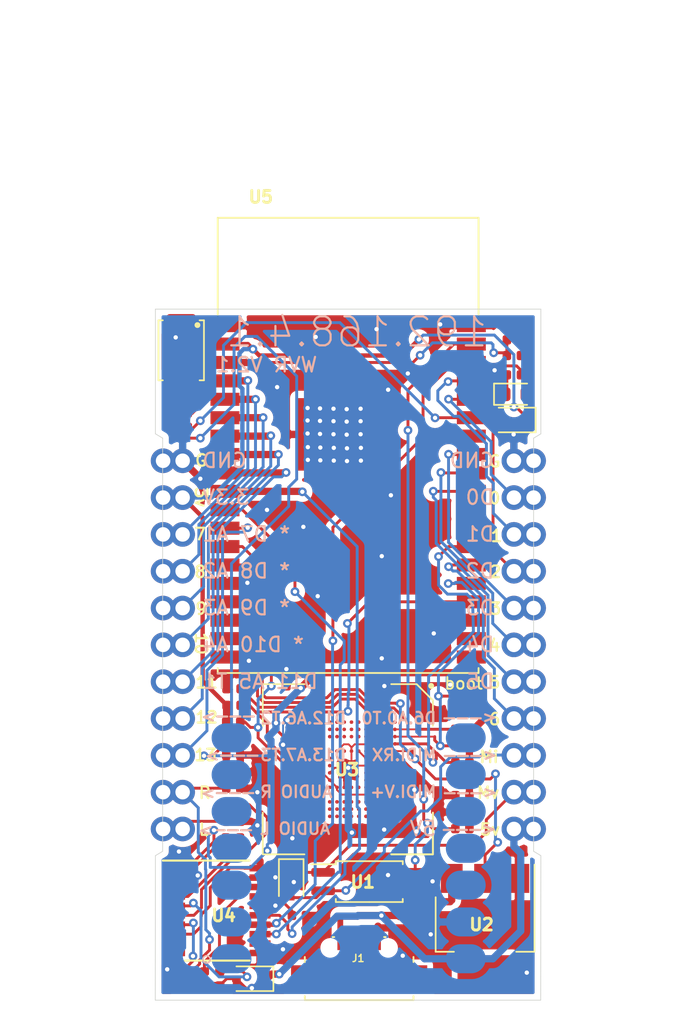
<source format=kicad_pcb>
(kicad_pcb (version 20171130) (host pcbnew "(5.1.5-0)")
  (layers (0 F.Cu signal) (31 B.Cu signal) (34 B.Paste user hide) (35 F.Paste user hide) (36 B.SilkS user) (37 F.SilkS user) (38 B.Mask user hide) (39 F.Mask user hide) (44 Edge.Cuts user hide))
  (net 0 "")
  (net 1 GND)
  (net 2 +3V3)
  (net 3 "Net-(C3-Pad1)")
  (net 4 esp_EN)
  (net 5 "Net-(C5-Pad2)")
  (net 6 "Net-(C5-Pad1)")
  (net 7 "Net-(C6-Pad1)")
  (net 8 "Net-(C9-Pad1)")
  (net 9 "Net-(C13-Pad2)")
  (net 10 midi_IN)
  (net 11 "Net-(D1-Pad1)")
  (net 12 "Net-(J1-Pad3)")
  (net 13 "Net-(J1-Pad2)")
  (net 14 "Net-(J1-Pad4)")
  (net 15 midi_REF)
  (net 16 audio_R)
  (net 17 audio_L)
  (net 18 esp_GPIO0)
  (net 19 esp_GPIO5)
  (net 20 esp_GPIO18)
  (net 21 esp_GPIO19)
  (net 22 esp_GPIO21)
  (net 23 esp_GPIO39)
  (net 24 esp_GPIO36)
  (net 25 esp_GPIO35)
  (net 26 esp_GPIO34)
  (net 27 esp_GPIO33)
  (net 28 esp_GPIO32)
  (net 29 esp_GPIO27)
  (net 30 ftdi_RX)
  (net 31 ftdi_TX)
  (net 32 esp_midi_IN)
  (net 33 emmc_DAT0)
  (net 34 emmc_DAT1)
  (net 35 emmc_DAT2)
  (net 36 emmc_DAT3)
  (net 37 emmc_CMD)
  (net 38 emmc_CLK)
  (net 39 "Net-(R9-Pad2)")
  (net 40 "Net-(R10-Pad1)")
  (net 41 "Net-(U3-PadDAT4)")
  (net 42 "Net-(U3-PadDAT5)")
  (net 43 "Net-(U3-PadDAT6)")
  (net 44 "Net-(U3-PadDATA_STROBE)")
  (net 45 "Net-(U3-PadRSTN)")
  (net 46 "Net-(U3-PadDAT7)")
  (net 47 dac_LRCK)
  (net 48 dac_DIN)
  (net 49 dac_BCK)
  (net 50 "Net-(U5-Pad17)")
  (net 51 "Net-(U5-Pad18)")
  (net 52 "Net-(U5-Pad19)")
  (net 53 "Net-(U5-Pad20)")
  (net 54 "Net-(U5-Pad21)")
  (net 55 "Net-(U5-Pad22)")
  (net 56 +5V)
  (net 57 "Net-(D2-Pad1)")
  (net 58 "Net-(J1-PadSH3)")
  (net 59 "Net-(U6-Pad1)")
  (net 60 "Net-(U6-Pad2)")
  (net 61 "Net-(U6-Pad3)")
  (net 62 "Net-(U6-Pad4)")
  (net 63 "Net-(U6-Pad5)")
  (net 64 "Net-(U6-Pad6)")
  (net 65 "Net-(U6-Pad8)")
  (net 66 "Net-(U6-Pad9)")
  (net 67 "Net-(U6-Pad10)")
  (net 68 "Net-(R14-Pad2)")
  (net 69 "Net-(U6-Pad11)")
  (net 70 "Net-(U6-Pad12)")
  (module "Seeeduino XIAO KICAD:Seeeduino XIAO-MOUDLE14P-2.54-21X17.8MM" (layer B.Cu) (at 134.62 44.196)
    (fp_text reference U6 hide)
    (fp_text value SeeeduinoXIAO hide)
    (pad 1 smd oval (at 0.83312 18.11782) (size 2.74828 1.99898) (layers B.Cu B.Paste B.Mask) (net 59 "Net-(U6-Pad1)"))
    (pad 2 smd oval (at 0.83312 15.57782) (size 2.74828 1.99898) (layers B.Cu B.Paste B.Mask) (net 60 "Net-(U6-Pad2)"))
    (pad 3 smd oval (at 0.83312 13.03782) (size 2.74828 1.99898) (layers B.Cu B.Paste B.Mask) (net 61 "Net-(U6-Pad3)"))
    (pad 4 smd oval (at 0.83312 10.49782) (size 2.74828 1.99898) (layers B.Cu B.Paste B.Mask) (net 62 "Net-(U6-Pad4)"))
    (pad 5 smd oval (at 0.83312 7.95782) (size 2.74828 1.99898) (layers B.Cu B.Paste B.Mask) (net 63 "Net-(U6-Pad5)"))
    (pad 6 smd oval (at 0.83312 5.41782) (size 2.74828 1.99898) (layers B.Cu B.Paste B.Mask) (net 64 "Net-(U6-Pad6)"))
    (pad 7 smd oval (at 0.83312 2.87782) (size 2.74828 1.99898) (layers B.Cu B.Paste B.Mask) (net 68 "Net-(R14-Pad2)"))
    (pad 8 smd oval (at 16.99768 2.87782) (size 2.74828 1.99898) (layers B.Cu B.Paste B.Mask) (net 65 "Net-(U6-Pad8)"))
    (pad 9 smd oval (at 16.99768 5.41782) (size 2.74828 1.99898) (layers B.Cu B.Paste B.Mask) (net 66 "Net-(U6-Pad9)"))
    (pad 10 smd oval (at 16.99768 7.95782) (size 2.74828 1.99898) (layers B.Cu B.Paste B.Mask) (net 67 "Net-(U6-Pad10)"))
    (pad 11 smd oval (at 16.99768 10.49782) (size 2.74828 1.99898) (layers B.Cu B.Paste B.Mask) (net 69 "Net-(U6-Pad11)"))
    (pad 12 smd oval (at 16.99768 13.03782) (size 2.74828 1.99898) (layers B.Cu B.Paste B.Mask) (net 70 "Net-(U6-Pad12)"))
    (pad 13 smd oval (at 16.99768 15.57782) (size 2.74828 1.99898) (layers B.Cu B.Paste B.Mask) (net 1 GND))
    (pad 14 smd oval (at 16.99768 18.11782) (size 2.74828 1.99898) (layers B.Cu B.Paste B.Mask) (net 56 +5V))
  )
  (module Resistor_SMD:R_0402_1005Metric (layer F.Cu) (at 131.95 25.66 180)
    (fp_text reference R14 hide)
    (fp_text value 330)
    (pad 2 smd roundrect (at 0.485 0 180) (size 0.59 0.64) (layers F.Cu F.Paste F.Mask) (net 68 "Net-(R14-Pad2)"))
    (pad 1 smd roundrect (at -0.485 0 180) (size 0.59 0.64) (layers F.Cu F.Paste F.Mask) (net 22 esp_GPIO21))
  )
  (module Diode_SMD:D_SOD-323 (layer F.Cu) (at 139.573 56.94074 270)
    (fp_text reference D1 hide)
    (fp_text value D)
    (pad 2 smd rect (at 1.05 0 270) (size 0.6 0.45) (layers F.Cu F.Paste F.Mask) (net 10 midi_IN))
    (pad 1 smd rect (at -1.05 0 270) (size 0.6 0.45) (layers F.Cu F.Paste F.Mask) (net 11 "Net-(D1-Pad1)"))
  )
  (module Package_SO:TSSOP-20_4.4x6.5mm_P0.65mm (layer F.Cu) (at 134.47 58.99)
    (fp_text reference U4 (at 0.44 0.34) (layer F.SilkS) (effects (font (size 0.82 0.82) (thickness 0.2))))
    (fp_text value PCM5102)
    (pad 20 smd rect (at 2.95 -2.925) (size 1.45 0.45) (layers F.Cu F.Paste F.Mask) (net 2 +3V3))
    (pad 19 smd rect (at 2.95 -2.275) (size 1.45 0.45) (layers F.Cu F.Paste F.Mask) (net 1 GND))
    (pad 18 smd rect (at 2.95 -1.625) (size 1.45 0.45) (layers F.Cu F.Paste F.Mask) (net 8 "Net-(C9-Pad1)"))
    (pad 17 smd rect (at 2.95 -0.975) (size 1.45 0.45) (layers F.Cu F.Paste F.Mask) (net 2 +3V3))
    (pad 16 smd rect (at 2.95 -0.325) (size 1.45 0.45) (layers F.Cu F.Paste F.Mask) (net 1 GND))
    (pad 15 smd rect (at 2.95 0.325) (size 1.45 0.45) (layers F.Cu F.Paste F.Mask) (net 47 dac_LRCK))
    (pad 14 smd rect (at 2.95 0.975) (size 1.45 0.45) (layers F.Cu F.Paste F.Mask) (net 48 dac_DIN))
    (pad 13 smd rect (at 2.95 1.625) (size 1.45 0.45) (layers F.Cu F.Paste F.Mask) (net 49 dac_BCK))
    (pad 12 smd rect (at 2.95 2.275) (size 1.45 0.45) (layers F.Cu F.Paste F.Mask) (net 1 GND))
    (pad 11 smd rect (at 2.95 2.925) (size 1.45 0.45) (layers F.Cu F.Paste F.Mask) (net 1 GND))
    (pad 10 smd rect (at -2.95 2.925) (size 1.45 0.45) (layers F.Cu F.Paste F.Mask) (net 1 GND))
    (pad 9 smd rect (at -2.95 2.275) (size 1.45 0.45) (layers F.Cu F.Paste F.Mask) (net 1 GND))
    (pad 8 smd rect (at -2.95 1.625) (size 1.45 0.45) (layers F.Cu F.Paste F.Mask) (net 2 +3V3))
    (pad 7 smd rect (at -2.95 0.975) (size 1.45 0.45) (layers F.Cu F.Paste F.Mask) (net 40 "Net-(R10-Pad1)"))
    (pad 6 smd rect (at -2.95 0.325) (size 1.45 0.45) (layers F.Cu F.Paste F.Mask) (net 39 "Net-(R9-Pad2)"))
    (pad 5 smd rect (at -2.95 -0.325) (size 1.45 0.45) (layers F.Cu F.Paste F.Mask) (net 7 "Net-(C6-Pad1)"))
    (pad 4 smd rect (at -2.95 -0.975) (size 1.45 0.45) (layers F.Cu F.Paste F.Mask) (net 5 "Net-(C5-Pad2)"))
    (pad 3 smd rect (at -2.95 -1.625) (size 1.45 0.45) (layers F.Cu F.Paste F.Mask) (net 1 GND))
    (pad 2 smd rect (at -2.95 -2.275) (size 1.45 0.45) (layers F.Cu F.Paste F.Mask) (net 6 "Net-(C5-Pad1)"))
    (pad 1 smd rect (at -2.95 -2.925) (size 1.45 0.45) (layers F.Cu F.Paste F.Mask) (net 2 +3V3))
  )
  (module Button_Switch_SMD:SW_Push_SPST_NO_Alps_SKRK (layer F.Cu) (at 131.98 20.34 90)
    (fp_text reference SW1 hide)
    (fp_text value SW_Push)
    (pad 1 smd roundrect (at -2.1 0 90) (size 0.8 2) (layers F.Cu F.Paste F.Mask) (net 9 "Net-(C13-Pad2)"))
    (pad 2 smd roundrect (at 2.1 0 90) (size 0.8 2) (layers F.Cu F.Paste F.Mask) (net 1 GND))
  )
  (module wvr_v.1.0:KLM8G1GETF_ALL_PADS (layer F.Cu) (at 143.48 49.24 270)
    (fp_text reference U3 (at 0.03 0.06 180) (layer F.SilkS) (effects (font (size 0.82 0.82) (thickness 0.2))))
    (fp_text value KLM8G1GETF)
    (pad NC smd circle (at -2.25 2.75 270) (size 0.25 0.25) (layers F.Cu F.Paste F.Mask))
    (pad NC smd circle (at 3.25 -3.25 270) (size 0.25 0.25) (layers F.Cu F.Paste F.Mask))
    (pad NC smd circle (at 3.25 -2.75 270) (size 0.25 0.25) (layers F.Cu F.Paste F.Mask))
    (pad NC smd circle (at 2.75 -3.25 270) (size 0.25 0.25) (layers F.Cu F.Paste F.Mask))
    (pad NC smd circle (at 2.75 -2.75 270) (size 0.25 0.25) (layers F.Cu F.Paste F.Mask))
    (pad NC smd circle (at 3.25 -0.75 270) (size 0.25 0.25) (layers F.Cu F.Paste F.Mask))
    (pad NC smd circle (at 3.25 -0.25 270) (size 0.25 0.25) (layers F.Cu F.Paste F.Mask))
    (pad NC smd circle (at 3.25 0.25 270) (size 0.25 0.25) (layers F.Cu F.Paste F.Mask))
    (pad NC smd circle (at 2.75 3.25 270) (size 0.25 0.25) (layers F.Cu F.Paste F.Mask))
    (pad NC smd circle (at 3.25 3.25 270) (size 0.25 0.25) (layers F.Cu F.Paste F.Mask))
    (pad NC smd circle (at 3.25 2.75 270) (size 0.25 0.25) (layers F.Cu F.Paste F.Mask))
    (pad NC smd circle (at 2.75 2.75 270) (size 0.25 0.25) (layers F.Cu F.Paste F.Mask))
    (pad NC smd circle (at -1.75 -1.75 270) (size 0.25 0.25) (layers F.Cu F.Paste F.Mask))
    (pad NC smd circle (at 3.25 2.25 270) (size 0.25 0.25) (layers F.Cu F.Paste F.Mask))
    (pad NC smd circle (at 2.75 2.25 270) (size 0.25 0.25) (layers F.Cu F.Paste F.Mask))
    (pad NC smd circle (at 2.25 2.75 270) (size 0.25 0.25) (layers F.Cu F.Paste F.Mask))
    (pad NC smd circle (at 2.25 3.25 270) (size 0.25 0.25) (layers F.Cu F.Paste F.Mask))
    (pad NC smd circle (at -0.75 2.75 270) (size 0.25 0.25) (layers F.Cu F.Paste F.Mask))
    (pad NC smd circle (at -2.75 3.25 270) (size 0.25 0.25) (layers F.Cu F.Paste F.Mask))
    (pad NC smd circle (at -3.25 3.25 270) (size 0.25 0.25) (layers F.Cu F.Paste F.Mask))
    (pad NC smd circle (at -3.25 2.75 270) (size 0.25 0.25) (layers F.Cu F.Paste F.Mask))
    (pad NC smd circle (at -2.25 0.75 270) (size 0.25 0.25) (layers F.Cu F.Paste F.Mask))
    (pad NC smd circle (at -2.25 0.25 270) (size 0.25 0.25) (layers F.Cu F.Paste F.Mask))
    (pad NC smd circle (at -1.25 -2.25 270) (size 0.25 0.25) (layers F.Cu F.Paste F.Mask))
    (pad NC smd circle (at -2.25 -2.25 270) (size 0.25 0.25) (layers F.Cu F.Paste F.Mask))
    (pad NC smd circle (at -2.75 -3.25 270) (size 0.25 0.25) (layers F.Cu F.Paste F.Mask))
    (pad NC smd circle (at -3.25 1.25 270) (size 0.25 0.25) (layers F.Cu F.Paste F.Mask))
    (pad NC smd circle (at -3.25 2.25 270) (size 0.25 0.25) (layers F.Cu F.Paste F.Mask))
    (pad NC smd circle (at -3.25 1.75 270) (size 0.25 0.25) (layers F.Cu F.Paste F.Mask))
    (pad NC smd circle (at -3.25 -0.25 270) (size 0.25 0.25) (layers F.Cu F.Paste F.Mask))
    (pad NC smd circle (at -3.25 0.25 270) (size 0.25 0.25) (layers F.Cu F.Paste F.Mask))
    (pad NC smd circle (at -3.25 0.75 270) (size 0.25 0.25) (layers F.Cu F.Paste F.Mask))
    (pad NC smd circle (at -3.25 -1.25 270) (size 0.25 0.25) (layers F.Cu F.Paste F.Mask))
    (pad NC smd circle (at -3.25 -0.75 270) (size 0.25 0.25) (layers F.Cu F.Paste F.Mask))
    (pad NC smd circle (at -3.25 -1.75 270) (size 0.25 0.25) (layers F.Cu F.Paste F.Mask))
    (pad NC smd circle (at -3.25 -2.75 270) (size 0.25 0.25) (layers F.Cu F.Paste F.Mask))
    (pad NC smd circle (at -3.25 -3.25 270) (size 0.25 0.25) (layers F.Cu F.Paste F.Mask))
    (pad NC smd circle (at -3.25 -2.25 270) (size 0.25 0.25) (layers F.Cu F.Paste F.Mask))
    (pad NC smd circle (at -2.25 -1.75 270) (size 0.25 0.25) (layers F.Cu F.Paste F.Mask))
    (pad NC smd circle (at -2.25 -1.25 270) (size 0.25 0.25) (layers F.Cu F.Paste F.Mask))
    (pad NC smd circle (at -2.25 -0.75 270) (size 0.25 0.25) (layers F.Cu F.Paste F.Mask))
    (pad NC smd circle (at -2.25 1.25 270) (size 0.25 0.25) (layers F.Cu F.Paste F.Mask))
    (pad NC smd circle (at -2.25 2.25 270) (size 0.25 0.25) (layers F.Cu F.Paste F.Mask))
    (pad NC smd circle (at -2.25 1.75 270) (size 0.25 0.25) (layers F.Cu F.Paste F.Mask))
    (pad NC smd circle (at -2.75 2.25 270) (size 0.25 0.25) (layers F.Cu F.Paste F.Mask))
    (pad NC smd circle (at -2.75 1.25 270) (size 0.25 0.25) (layers F.Cu F.Paste F.Mask))
    (pad NC smd circle (at -2.75 1.75 270) (size 0.25 0.25) (layers F.Cu F.Paste F.Mask))
    (pad NC smd circle (at -2.75 -0.25 270) (size 0.25 0.25) (layers F.Cu F.Paste F.Mask))
    (pad NC smd circle (at -2.75 0.75 270) (size 0.25 0.25) (layers F.Cu F.Paste F.Mask))
    (pad NC smd circle (at -2.75 0.25 270) (size 0.25 0.25) (layers F.Cu F.Paste F.Mask))
    (pad NC smd circle (at -2.75 -1.75 270) (size 0.25 0.25) (layers F.Cu F.Paste F.Mask))
    (pad NC smd circle (at -2.75 -0.75 270) (size 0.25 0.25) (layers F.Cu F.Paste F.Mask))
    (pad NC smd circle (at -2.75 -1.25 270) (size 0.25 0.25) (layers F.Cu F.Paste F.Mask))
    (pad NC smd circle (at 1.75 3.25 270) (size 0.25 0.25) (layers F.Cu F.Paste F.Mask))
    (pad NC smd circle (at 1.75 2.25 270) (size 0.25 0.25) (layers F.Cu F.Paste F.Mask))
    (pad NC smd circle (at 1.75 2.75 270) (size 0.25 0.25) (layers F.Cu F.Paste F.Mask))
    (pad NC smd circle (at 1.25 2.75 270) (size 0.25 0.25) (layers F.Cu F.Paste F.Mask))
    (pad NC smd circle (at 1.25 3.25 270) (size 0.25 0.25) (layers F.Cu F.Paste F.Mask))
    (pad NC smd circle (at 1.25 2.25 270) (size 0.25 0.25) (layers F.Cu F.Paste F.Mask))
    (pad NC smd circle (at 0.75 3.25 270) (size 0.25 0.25) (layers F.Cu F.Paste F.Mask))
    (pad NC smd circle (at 0.75 2.75 270) (size 0.25 0.25) (layers F.Cu F.Paste F.Mask))
    (pad NC smd circle (at 0.75 2.25 270) (size 0.25 0.25) (layers F.Cu F.Paste F.Mask))
    (pad NC smd circle (at 0.25 3.25 270) (size 0.25 0.25) (layers F.Cu F.Paste F.Mask))
    (pad NC smd circle (at 0.25 2.25 270) (size 0.25 0.25) (layers F.Cu F.Paste F.Mask))
    (pad NC smd circle (at 0.25 2.75 270) (size 0.25 0.25) (layers F.Cu F.Paste F.Mask))
    (pad NC smd circle (at -0.25 3.25 270) (size 0.25 0.25) (layers F.Cu F.Paste F.Mask))
    (pad NC smd circle (at -0.25 2.75 270) (size 0.25 0.25) (layers F.Cu F.Paste F.Mask))
    (pad NC smd circle (at -0.25 2.25 270) (size 0.25 0.25) (layers F.Cu F.Paste F.Mask))
    (pad NC smd circle (at 3.25 0.75 270) (size 0.25 0.25) (layers F.Cu F.Paste F.Mask))
    (pad NC smd circle (at 3.25 1.75 270) (size 0.25 0.25) (layers F.Cu F.Paste F.Mask))
    (pad NC smd circle (at 3.25 1.25 270) (size 0.25 0.25) (layers F.Cu F.Paste F.Mask))
    (pad NC smd circle (at 2.75 0.75 270) (size 0.25 0.25) (layers F.Cu F.Paste F.Mask))
    (pad NC smd circle (at 2.75 1.75 270) (size 0.25 0.25) (layers F.Cu F.Paste F.Mask))
    (pad NC smd circle (at 2.75 1.25 270) (size 0.25 0.25) (layers F.Cu F.Paste F.Mask))
    (pad NC smd circle (at 2.75 0.25 270) (size 0.25 0.25) (layers F.Cu F.Paste F.Mask))
    (pad NC smd circle (at 2.75 -0.75 270) (size 0.25 0.25) (layers F.Cu F.Paste F.Mask))
    (pad NC smd circle (at 2.75 -0.25 270) (size 0.25 0.25) (layers F.Cu F.Paste F.Mask))
    (pad NC smd circle (at 2.25 1.75 270) (size 0.25 0.25) (layers F.Cu F.Paste F.Mask))
    (pad NC smd circle (at 2.25 1.25 270) (size 0.25 0.25) (layers F.Cu F.Paste F.Mask))
    (pad NC smd circle (at 2.25 2.25 270) (size 0.25 0.25) (layers F.Cu F.Paste F.Mask))
    (pad NC smd circle (at 2.25 -0.25 270) (size 0.25 0.25) (layers F.Cu F.Paste F.Mask))
    (pad NC smd circle (at 2.25 0.75 270) (size 0.25 0.25) (layers F.Cu F.Paste F.Mask))
    (pad NC smd circle (at 2.25 0.25 270) (size 0.25 0.25) (layers F.Cu F.Paste F.Mask))
    (pad NC smd circle (at 2.25 -1.75 270) (size 0.25 0.25) (layers F.Cu F.Paste F.Mask))
    (pad NC smd circle (at 2.25 -0.75 270) (size 0.25 0.25) (layers F.Cu F.Paste F.Mask))
    (pad NC smd circle (at 2.25 -1.25 270) (size 0.25 0.25) (layers F.Cu F.Paste F.Mask))
    (pad NC smd circle (at 2.75 -1.25 270) (size 0.25 0.25) (layers F.Cu F.Paste F.Mask))
    (pad NC smd circle (at 2.75 -2.25 270) (size 0.25 0.25) (layers F.Cu F.Paste F.Mask))
    (pad NC smd circle (at 2.75 -1.75 270) (size 0.25 0.25) (layers F.Cu F.Paste F.Mask))
    (pad NC smd circle (at 3.25 -1.25 270) (size 0.25 0.25) (layers F.Cu F.Paste F.Mask))
    (pad NC smd circle (at 3.25 -2.25 270) (size 0.25 0.25) (layers F.Cu F.Paste F.Mask))
    (pad NC smd circle (at 3.25 -1.75 270) (size 0.25 0.25) (layers F.Cu F.Paste F.Mask))
    (pad NC smd circle (at 2.25 -2.25 270) (size 0.25 0.25) (layers F.Cu F.Paste F.Mask))
    (pad NC smd circle (at 2.25 -3.25 270) (size 0.25 0.25) (layers F.Cu F.Paste F.Mask))
    (pad NC smd circle (at 2.25 -2.75 270) (size 0.25 0.25) (layers F.Cu F.Paste F.Mask))
    (pad NC smd circle (at 1.75 -3.25 270) (size 0.25 0.25) (layers F.Cu F.Paste F.Mask))
    (pad NC smd circle (at 1.75 -2.75 270) (size 0.25 0.25) (layers F.Cu F.Paste F.Mask))
    (pad NC smd circle (at 1.75 -2.25 270) (size 0.25 0.25) (layers F.Cu F.Paste F.Mask))
    (pad NC smd circle (at 1.25 -2.75 270) (size 0.25 0.25) (layers F.Cu F.Paste F.Mask))
    (pad NC smd circle (at 1.25 -2.25 270) (size 0.25 0.25) (layers F.Cu F.Paste F.Mask))
    (pad NC smd circle (at 1.25 -3.25 270) (size 0.25 0.25) (layers F.Cu F.Paste F.Mask))
    (pad NC smd circle (at 0.75 -2.25 270) (size 0.25 0.25) (layers F.Cu F.Paste F.Mask))
    (pad NC smd circle (at 0.75 -3.25 270) (size 0.25 0.25) (layers F.Cu F.Paste F.Mask))
    (pad NC smd circle (at 0.75 -2.75 270) (size 0.25 0.25) (layers F.Cu F.Paste F.Mask))
    (pad NC smd circle (at 0.25 -2.25 270) (size 0.25 0.25) (layers F.Cu F.Paste F.Mask))
    (pad NC smd circle (at -0.25 -2.25 270) (size 0.25 0.25) (layers F.Cu F.Paste F.Mask))
    (pad NC smd circle (at 0.25 -2.75 270) (size 0.25 0.25) (layers F.Cu F.Paste F.Mask))
    (pad NC smd circle (at 0.25 -3.25 270) (size 0.25 0.25) (layers F.Cu F.Paste F.Mask))
    (pad NC smd circle (at -0.25 -2.75 270) (size 0.25 0.25) (layers F.Cu F.Paste F.Mask))
    (pad RFU smd circle (at 1.25 1.25 270) (size 0.25 0.25) (layers F.Cu F.Paste F.Mask))
    (pad VDDF smd circle (at 1.25 0.75 270) (size 0.25 0.25) (layers F.Cu F.Paste F.Mask) (net 2 +3V3))
    (pad VSS smd circle (at 1.25 0.25 270) (size 0.25 0.25) (layers F.Cu F.Paste F.Mask) (net 1 GND))
    (pad RFU smd circle (at 1.25 -0.25 270) (size 0.25 0.25) (layers F.Cu F.Paste F.Mask))
    (pad RFU smd circle (at 1.25 -0.75 270) (size 0.25 0.25) (layers F.Cu F.Paste F.Mask))
    (pad RFU smd circle (at 1.25 -1.25 270) (size 0.25 0.25) (layers F.Cu F.Paste F.Mask))
    (pad VDDF smd circle (at 0.75 1.25 270) (size 0.25 0.25) (layers F.Cu F.Paste F.Mask) (net 2 +3V3))
    (pad RFU smd circle (at 0.75 -1.25 270) (size 0.25 0.25) (layers F.Cu F.Paste F.Mask))
    (pad VSS smd circle (at 0.25 1.25 270) (size 0.25 0.25) (layers F.Cu F.Paste F.Mask) (net 1 GND))
    (pad RFU smd circle (at 0.25 -1.25 270) (size 0.25 0.25) (layers F.Cu F.Paste F.Mask))
    (pad RFU smd circle (at -0.25 1.25 270) (size 0.25 0.25) (layers F.Cu F.Paste F.Mask))
    (pad VSS smd circle (at -0.25 -1.25 270) (size 0.25 0.25) (layers F.Cu F.Paste F.Mask) (net 1 GND))
    (pad RFU smd circle (at -0.25 -3.25 270) (size 0.25 0.25) (layers F.Cu F.Paste F.Mask))
    (pad VSS smd circle (at -0.75 3.25 270) (size 0.25 0.25) (layers F.Cu F.Paste F.Mask) (net 1 GND))
    (pad CLK smd circle (at -0.75 2.25 270) (size 0.25 0.25) (layers F.Cu F.Paste F.Mask) (net 38 emmc_CLK))
    (pad RFU smd circle (at -0.75 1.25 270) (size 0.25 0.25) (layers F.Cu F.Paste F.Mask))
    (pad VDDF smd circle (at -0.75 -1.25 270) (size 0.25 0.25) (layers F.Cu F.Paste F.Mask) (net 2 +3V3))
    (pad VCCQ smd circle (at -0.75 -2.25 270) (size 0.25 0.25) (layers F.Cu F.Paste F.Mask) (net 2 +3V3))
    (pad DAT7 smd circle (at -0.75 -2.75 270) (size 0.25 0.25) (layers F.Cu F.Paste F.Mask) (net 46 "Net-(U3-PadDAT7)"))
    (pad VSS smd circle (at -0.75 -3.25 270) (size 0.25 0.25) (layers F.Cu F.Paste F.Mask) (net 1 GND))
    (pad VCCQ smd circle (at -1.25 3.25 270) (size 0.25 0.25) (layers F.Cu F.Paste F.Mask) (net 2 +3V3))
    (pad VSS smd circle (at -1.25 2.75 270) (size 0.25 0.25) (layers F.Cu F.Paste F.Mask) (net 1 GND))
    (pad CMD smd circle (at -1.25 2.25 270) (size 0.25 0.25) (layers F.Cu F.Paste F.Mask) (net 37 emmc_CMD))
    (pad RSTN smd circle (at -1.25 1.25 270) (size 0.25 0.25) (layers F.Cu F.Paste F.Mask) (net 45 "Net-(U3-PadRSTN)"))
    (pad VSS smd circle (at -1.25 0.75 270) (size 0.25 0.25) (layers F.Cu F.Paste F.Mask) (net 1 GND))
    (pad DATA_STROBE smd circle (at -1.25 0.25 270) (size 0.25 0.25) (layers F.Cu F.Paste F.Mask) (net 44 "Net-(U3-PadDATA_STROBE)"))
    (pad VSS smd circle (at -1.25 -0.25 270) (size 0.25 0.25) (layers F.Cu F.Paste F.Mask) (net 1 GND))
    (pad VDDF smd circle (at -1.25 -0.75 270) (size 0.25 0.25) (layers F.Cu F.Paste F.Mask) (net 2 +3V3))
    (pad RFU smd circle (at -1.25 -1.25 270) (size 0.25 0.25) (layers F.Cu F.Paste F.Mask))
    (pad DAT6 smd circle (at -1.25 -2.75 270) (size 0.25 0.25) (layers F.Cu F.Paste F.Mask) (net 43 "Net-(U3-PadDAT6)"))
    (pad DAT2 smd circle (at -1.25 -3.25 270) (size 0.25 0.25) (layers F.Cu F.Paste F.Mask) (net 35 emmc_DAT2))
    (pad VSS smd circle (at -1.75 3.25 270) (size 0.25 0.25) (layers F.Cu F.Paste F.Mask) (net 1 GND))
    (pad VCCQ smd circle (at -1.75 2.75 270) (size 0.25 0.25) (layers F.Cu F.Paste F.Mask) (net 2 +3V3))
    (pad VCCQ smd circle (at -1.75 2.25 270) (size 0.25 0.25) (layers F.Cu F.Paste F.Mask) (net 2 +3V3))
    (pad VSS smd circle (at -1.75 -2.25 270) (size 0.25 0.25) (layers F.Cu F.Paste F.Mask) (net 1 GND))
    (pad DAT5 smd circle (at -1.75 -2.75 270) (size 0.25 0.25) (layers F.Cu F.Paste F.Mask) (net 42 "Net-(U3-PadDAT5)"))
    (pad DAT1 smd circle (at -1.75 -3.25 270) (size 0.25 0.25) (layers F.Cu F.Paste F.Mask) (net 34 emmc_DAT1))
    (pad VCCQ smd circle (at -2.25 3.25 270) (size 0.25 0.25) (layers F.Cu F.Paste F.Mask) (net 2 +3V3))
    (pad RFU smd circle (at -2.25 -0.25 270) (size 0.25 0.25) (layers F.Cu F.Paste F.Mask))
    (pad DAT4 smd circle (at -2.25 -2.75 270) (size 0.25 0.25) (layers F.Cu F.Paste F.Mask) (net 41 "Net-(U3-PadDAT4)"))
    (pad DAT0 smd circle (at -2.25 -3.25 270) (size 0.25 0.25) (layers F.Cu F.Paste F.Mask) (net 33 emmc_DAT0))
    (pad VSS smd circle (at -2.75 2.75 270) (size 0.25 0.25) (layers F.Cu F.Paste F.Mask) (net 1 GND))
    (pad VDDI smd circle (at -2.75 -2.25 270) (size 0.25 0.25) (layers F.Cu F.Paste F.Mask) (net 3 "Net-(C3-Pad1)"))
    (pad DAT3 smd circle (at -2.75 -2.75 270) (size 0.25 0.25) (layers F.Cu F.Paste F.Mask) (net 36 emmc_DAT3))
  )
  (module wvr_v.1.0:USB-MICRO-B_C40942 (layer F.Cu) (at 144.26 61.04)
    (fp_text reference J1 (at -0.0642 1.2408) (layer F.SilkS) (effects (font (size 0.5 0.5) (thickness 0.1))))
    (fp_text value 10118192-0001LF)
    (pad "" np_thru_hole circle (at 2 0.52466) (size 0.55 0.55) (drill 0.55) (layers *.Cu *.Mask))
    (pad "" np_thru_hole circle (at -2 0.52466) (size 0.55 0.55) (drill 0.55) (layers *.Cu *.Mask))
    (pad 3 smd rect (at 0 0) (size 0.4 1.35) (layers F.Cu F.Paste F.Mask) (net 12 "Net-(J1-Pad3)"))
    (pad 2 smd rect (at -0.65 0) (size 0.4 1.35) (layers F.Cu F.Paste F.Mask) (net 13 "Net-(J1-Pad2)"))
    (pad 4 smd rect (at 0.65 0) (size 0.4 1.35) (layers F.Cu F.Paste F.Mask) (net 14 "Net-(J1-Pad4)"))
    (pad 1 smd rect (at -1.3 0) (size 0.4 1.35) (layers F.Cu F.Paste F.Mask) (net 56 +5V))
    (pad 5 smd rect (at 1.3 0) (size 0.4 1.35) (layers F.Cu F.Paste F.Mask) (net 1 GND))
    (pad SH3 smd rect (at -3.8 2.675) (size 1.8 1.9) (layers F.Cu F.Paste F.Mask) (net 58 "Net-(J1-PadSH3)"))
    (pad SH6 smd rect (at 3.8 2.675) (size 1.8 1.9) (layers F.Cu F.Paste F.Mask) (net 58 "Net-(J1-PadSH3)"))
    (pad SH4 smd rect (at -1.2 2.675) (size 1.9 1.9) (layers F.Cu F.Paste F.Mask) (net 58 "Net-(J1-PadSH3)"))
    (pad SH5 smd rect (at 1.2 2.675) (size 1.9 1.9) (layers F.Cu F.Paste F.Mask) (net 58 "Net-(J1-PadSH3)"))
  )
  (module "wvr_v.1.0:XCVR_ESP32-WROVER-B_(16MB)" (layer F.Cu) (at 143.5 26.9)
    (fp_text reference U5 (at -6.025 -17.135) (layer F.SilkS) (effects (font (size 0.82 0.82) (thickness 0.2))))
    (fp_text value "ESP32-WROVER-B_(16MB)")
    (pad 39 smd rect (at -1 -0.76) (size 5 5) (layers F.Cu F.Mask) (net 1 GND))
    (pad 38 smd rect (at 8.5 -8.26) (size 2 0.9) (layers F.Cu F.Paste F.Mask) (net 1 GND))
    (pad 37 smd rect (at 8.5 -6.99) (size 2 0.9) (layers F.Cu F.Paste F.Mask) (net 32 esp_midi_IN))
    (pad 36 smd rect (at 8.5 -5.72) (size 2 0.9) (layers F.Cu F.Paste F.Mask) (net 48 dac_DIN))
    (pad 35 smd rect (at 8.5 -4.45) (size 2 0.9) (layers F.Cu F.Paste F.Mask) (net 30 ftdi_RX))
    (pad 34 smd rect (at 8.5 -3.18) (size 2 0.9) (layers F.Cu F.Paste F.Mask) (net 31 ftdi_TX))
    (pad 33 smd rect (at 8.5 -1.91) (size 2 0.9) (layers F.Cu F.Paste F.Mask) (net 22 esp_GPIO21))
    (pad 32 smd rect (at 8.5 -0.64) (size 2 0.9) (layers F.Cu F.Paste F.Mask))
    (pad 31 smd rect (at 8.5 0.63) (size 2 0.9) (layers F.Cu F.Paste F.Mask) (net 21 esp_GPIO19))
    (pad 30 smd rect (at 8.5 1.9) (size 2 0.9) (layers F.Cu F.Paste F.Mask) (net 20 esp_GPIO18))
    (pad 29 smd rect (at 8.5 3.17) (size 2 0.9) (layers F.Cu F.Paste F.Mask) (net 19 esp_GPIO5))
    (pad 28 smd rect (at 8.5 4.44) (size 2 0.9) (layers F.Cu F.Paste F.Mask))
    (pad 27 smd rect (at 8.5 5.71) (size 2 0.9) (layers F.Cu F.Paste F.Mask))
    (pad 26 smd rect (at 8.5 6.98) (size 2 0.9) (layers F.Cu F.Paste F.Mask) (net 34 emmc_DAT1))
    (pad 25 smd rect (at 8.5 8.25) (size 2 0.9) (layers F.Cu F.Paste F.Mask) (net 18 esp_GPIO0))
    (pad 24 smd rect (at 8.5 9.52) (size 2 0.9) (layers F.Cu F.Paste F.Mask) (net 33 emmc_DAT0))
    (pad 23 smd rect (at 8.5 10.79) (size 2 0.9) (layers F.Cu F.Paste F.Mask) (net 37 emmc_CMD))
    (pad 22 smd rect (at 8.5 12.06) (size 2 0.9) (layers F.Cu F.Paste F.Mask) (net 55 "Net-(U5-Pad22)"))
    (pad 21 smd rect (at 8.5 13.33) (size 2 0.9) (layers F.Cu F.Paste F.Mask) (net 54 "Net-(U5-Pad21)"))
    (pad 20 smd rect (at 8.5 14.6) (size 2 0.9) (layers F.Cu F.Paste F.Mask) (net 53 "Net-(U5-Pad20)"))
    (pad 19 smd rect (at -8.5 14.6) (size 2 0.9) (layers F.Cu F.Paste F.Mask) (net 52 "Net-(U5-Pad19)"))
    (pad 18 smd rect (at -8.5 13.33) (size 2 0.9) (layers F.Cu F.Paste F.Mask) (net 51 "Net-(U5-Pad18)"))
    (pad 17 smd rect (at -8.5 12.06) (size 2 0.9) (layers F.Cu F.Paste F.Mask) (net 50 "Net-(U5-Pad17)"))
    (pad 16 smd rect (at -8.5 10.79) (size 2 0.9) (layers F.Cu F.Paste F.Mask) (net 36 emmc_DAT3))
    (pad 15 smd rect (at -8.5 9.52) (size 2 0.9) (layers F.Cu F.Paste F.Mask) (net 1 GND))
    (pad 14 smd rect (at -8.5 8.25) (size 2 0.9) (layers F.Cu F.Paste F.Mask) (net 35 emmc_DAT2))
    (pad 13 smd rect (at -8.5 6.98) (size 2 0.9) (layers F.Cu F.Paste F.Mask) (net 38 emmc_CLK))
    (pad 12 smd rect (at -8.5 5.71) (size 2 0.9) (layers F.Cu F.Paste F.Mask) (net 29 esp_GPIO27))
    (pad 11 smd rect (at -8.5 4.44) (size 2 0.9) (layers F.Cu F.Paste F.Mask) (net 49 dac_BCK))
    (pad 10 smd rect (at -8.5 3.17) (size 2 0.9) (layers F.Cu F.Paste F.Mask) (net 47 dac_LRCK))
    (pad 9 smd rect (at -8.5 1.9) (size 2 0.9) (layers F.Cu F.Paste F.Mask) (net 27 esp_GPIO33))
    (pad 8 smd rect (at -8.5 0.63) (size 2 0.9) (layers F.Cu F.Paste F.Mask) (net 28 esp_GPIO32))
    (pad 7 smd rect (at -8.5 -0.64) (size 2 0.9) (layers F.Cu F.Paste F.Mask) (net 25 esp_GPIO35))
    (pad 6 smd rect (at -8.5 -1.91) (size 2 0.9) (layers F.Cu F.Paste F.Mask) (net 26 esp_GPIO34))
    (pad 5 smd rect (at -8.5 -3.18) (size 2 0.9) (layers F.Cu F.Paste F.Mask) (net 23 esp_GPIO39))
    (pad 4 smd rect (at -8.5 -4.45) (size 2 0.9) (layers F.Cu F.Paste F.Mask) (net 24 esp_GPIO36))
    (pad 3 smd rect (at -8.5 -5.72) (size 2 0.9) (layers F.Cu F.Paste F.Mask) (net 4 esp_EN))
    (pad 2 smd rect (at -8.5 -6.99) (size 2 0.9) (layers F.Cu F.Paste F.Mask) (net 2 +3V3))
    (pad 1 smd rect (at -8.5 -8.26) (size 2 0.9) (layers F.Cu F.Paste F.Mask) (net 1 GND))
  )
  (module Capacitor_SMD:C_0402_1005Metric (layer F.Cu) (at 140.10386 59.32678)
    (fp_text reference C16 hide)
    (fp_text value 10uf)
    (pad 2 smd roundrect (at 0.485 0) (size 0.59 0.64) (layers F.Cu F.Paste F.Mask) (net 1 GND))
    (pad 1 smd roundrect (at -0.485 0) (size 0.59 0.64) (layers F.Cu F.Paste F.Mask) (net 2 +3V3))
  )
  (module Capacitor_SMD:C_0402_1005Metric (layer F.Cu) (at 147.63496 59.32932)
    (fp_text reference C1 hide)
    (fp_text value 10uf)
    (pad 2 smd roundrect (at 0.485 0) (size 0.59 0.64) (layers F.Cu F.Paste F.Mask) (net 1 GND))
    (pad 1 smd roundrect (at -0.485 0) (size 0.59 0.64) (layers F.Cu F.Paste F.Mask) (net 56 +5V))
  )
  (module Capacitor_SMD:C_0402_1005Metric (layer F.Cu) (at 133.5786 63.6778 270)
    (fp_text reference C9 hide)
    (fp_text value 0.1uF)
    (pad 2 smd roundrect (at 0.485 0 270) (size 0.59 0.64) (layers F.Cu F.Paste F.Mask) (net 1 GND))
    (pad 1 smd roundrect (at -0.485 0 270) (size 0.59 0.64) (layers F.Cu F.Paste F.Mask) (net 8 "Net-(C9-Pad1)"))
  )
  (module LED_SMD:LED_0603_1608Metric (layer F.Cu) (at 155.053 23.368)
    (fp_text reference D2 hide)
    (fp_text value LED)
    (pad 2 smd roundrect (at 0.7875 0) (size 0.875 0.95) (layers F.Cu F.Paste F.Mask) (net 2 +3V3))
    (pad 1 smd roundrect (at -0.7875 0) (size 0.875 0.95) (layers F.Cu F.Paste F.Mask) (net 57 "Net-(D2-Pad1)"))
  )
  (module Package_TO_SOT_SMD:SOT-223-3_TabPin2 (layer F.Cu) (at 152.95 59.92 270)
    (fp_text reference U2 (at 0.04 0.24 180) (layer F.SilkS) (effects (font (size 0.82 0.82) (thickness 0.2))))
    (fp_text value LM1117-3.3)
    (pad 1 smd rect (at -3.15 -2.3 270) (size 2 1.5) (layers F.Cu F.Paste F.Mask) (net 1 GND))
    (pad 3 smd rect (at -3.15 2.3 270) (size 2 1.5) (layers F.Cu F.Paste F.Mask) (net 56 +5V))
    (pad 2 smd rect (at -3.15 0 270) (size 2 1.5) (layers F.Cu F.Paste F.Mask) (net 2 +3V3))
    (pad 2 smd rect (at 3.15 0 270) (size 2 3.8) (layers F.Cu F.Paste F.Mask) (net 2 +3V3))
  )
  (module Resistor_SMD:R_0402_1005Metric (layer F.Cu) (at 154.94 22.0345)
    (fp_text reference R13 hide)
    (fp_text value 100R)
    (pad 1 smd roundrect (at -0.485 0) (size 0.59 0.64) (layers F.Cu F.Paste F.Mask) (net 57 "Net-(D2-Pad1)"))
    (pad 2 smd roundrect (at 0.485 0) (size 0.59 0.64) (layers F.Cu F.Paste F.Mask) (net 1 GND))
  )
  (module Diode_SMD:D_SOD-323 (layer F.Cu) (at 136.8425 63.6905 180)
    (fp_text reference D4 hide)
    (fp_text value D)
    (pad 2 smd rect (at 1.05 0 180) (size 0.6 0.45) (layers F.Cu F.Paste F.Mask) (net 1 GND))
    (pad 1 smd rect (at -1.05 0 180) (size 0.6 0.45) (layers F.Cu F.Paste F.Mask) (net 56 +5V))
  )
  (module Diode_SMD:D_SOD-323 (layer F.Cu) (at 154.94 25.146 180)
    (fp_text reference D3 hide)
    (fp_text value D)
    (pad 2 smd rect (at 1.05 0 180) (size 0.6 0.45) (layers F.Cu F.Paste F.Mask) (net 1 GND))
    (pad 1 smd rect (at -1.05 0 180) (size 0.6 0.45) (layers F.Cu F.Paste F.Mask) (net 2 +3V3))
  )
  (module TestPoint:TestPoint_Pad_D1.5mm (layer F.Cu) (at 151.384 44.704)
    (fp_text reference boot (at 0.086 -1.384) (layer F.SilkS) (effects (font (size 0.8 0.8) (thickness 0.135))))
    (fp_text value TestPoint)
    (pad 1 smd circle (at 0 0) (size 1.5 1.5) (layers F.Cu F.Mask) (net 33 emmc_DAT0))
  )
  (module Waver:CAST_HEADER_11_LEFT_2 (layer F.Cu) (at 154.94 53.36 180)
    (fp_text reference J2 hide)
    (fp_text value Conn_01x11 hide)
    (pad 11 thru_hole oval (at 0 25.4 180) (size 1.7 1.7) (drill 1) (layers *.Cu *.Mask) (net 1 GND))
    (pad 10 thru_hole oval (at 0 22.86 180) (size 1.7 1.7) (drill 1) (layers *.Cu *.Mask) (net 31 ftdi_TX))
    (pad 9 thru_hole oval (at 0 20.32 180) (size 1.7 1.7) (drill 1) (layers *.Cu *.Mask) (net 30 ftdi_RX))
    (pad 8 thru_hole oval (at 0 17.78 180) (size 1.7 1.7) (drill 1) (layers *.Cu *.Mask) (net 22 esp_GPIO21))
    (pad 7 thru_hole oval (at 0 15.24 180) (size 1.7 1.7) (drill 1) (layers *.Cu *.Mask) (net 21 esp_GPIO19))
    (pad 6 thru_hole oval (at 0 12.7 180) (size 1.7 1.7) (drill 1) (layers *.Cu *.Mask) (net 20 esp_GPIO18))
    (pad 5 thru_hole oval (at 0 10.16 180) (size 1.7 1.7) (drill 1) (layers *.Cu *.Mask) (net 19 esp_GPIO5))
    (pad 4 thru_hole oval (at 0 7.62 180) (size 1.7 1.7) (drill 1) (layers *.Cu *.Mask) (net 18 esp_GPIO0))
    (pad 3 thru_hole oval (at 0 5.08 180) (size 1.7 1.7) (drill 1) (layers *.Cu *.Mask) (net 10 midi_IN))
    (pad 2 thru_hole oval (at 0 2.54 180) (size 1.7 1.7) (drill 1) (layers *.Cu *.Mask) (net 15 midi_REF))
    (pad 1 thru_hole circle (at 0 0 180) (size 1.7 1.7) (drill 1) (layers *.Cu *.Mask) (net 56 +5V))
    (pad "" np_thru_hole oval (at -1.36 20.32 180) (size 1.7 1.7) (drill 1) (layers *.Cu *.Mask))
    (pad "" np_thru_hole oval (at -1.36 17.78 180) (size 1.7 1.7) (drill 1) (layers *.Cu *.Mask))
    (pad "" np_thru_hole oval (at -1.36 2.54 180) (size 1.7 1.7) (drill 1) (layers *.Cu *.Mask))
    (pad "" np_thru_hole circle (at -1.36 0 180) (size 1.7 1.7) (drill 1) (layers *.Cu *.Mask))
    (pad "" np_thru_hole oval (at -1.36 15.24 180) (size 1.7 1.7) (drill 1) (layers *.Cu *.Mask))
    (pad "" np_thru_hole oval (at -1.36 12.7 180) (size 1.7 1.7) (drill 1) (layers *.Cu *.Mask))
    (pad "" np_thru_hole oval (at -1.36 10.16 180) (size 1.7 1.7) (drill 1) (layers *.Cu *.Mask))
    (pad "" np_thru_hole oval (at -1.36 7.62 180) (size 1.7 1.7) (drill 1) (layers *.Cu *.Mask))
    (pad "" np_thru_hole oval (at -1.36 5.08 180) (size 1.7 1.7) (drill 1) (layers *.Cu *.Mask))
    (pad "" np_thru_hole oval (at -1.36 25.4 180) (size 1.7 1.7) (drill 1) (layers *.Cu *.Mask))
    (pad "" np_thru_hole oval (at -1.36 22.86 180) (size 1.7 1.7) (drill 1) (layers *.Cu *.Mask))
  )
  (module Waver:CAST_HEADER_11_RIGHT_2 (layer F.Cu) (at 132.08 53.36 180)
    (fp_text reference J3 hide)
    (fp_text value Conn_01x11 hide)
    (pad 1 thru_hole circle (at 0 0 180) (size 1.7 1.7) (drill 1) (layers *.Cu *.Mask) (net 17 audio_L))
    (pad 2 thru_hole oval (at 0 2.54 180) (size 1.7 1.7) (drill 1) (layers *.Cu *.Mask) (net 16 audio_R))
    (pad 3 thru_hole oval (at 0 5.08 180) (size 1.7 1.7) (drill 1) (layers *.Cu *.Mask) (net 29 esp_GPIO27))
    (pad 4 thru_hole oval (at 0 7.62 180) (size 1.7 1.7) (drill 1) (layers *.Cu *.Mask) (net 27 esp_GPIO33))
    (pad 5 thru_hole oval (at 0 10.16 180) (size 1.7 1.7) (drill 1) (layers *.Cu *.Mask) (net 28 esp_GPIO32))
    (pad 6 thru_hole oval (at 0 12.7 180) (size 1.7 1.7) (drill 1) (layers *.Cu *.Mask) (net 25 esp_GPIO35))
    (pad 7 thru_hole oval (at 0 15.24 180) (size 1.7 1.7) (drill 1) (layers *.Cu *.Mask) (net 26 esp_GPIO34))
    (pad 8 thru_hole oval (at 0 17.78 180) (size 1.7 1.7) (drill 1) (layers *.Cu *.Mask) (net 23 esp_GPIO39))
    (pad 9 thru_hole oval (at 0 20.32 180) (size 1.7 1.7) (drill 1) (layers *.Cu *.Mask) (net 24 esp_GPIO36))
    (pad 10 thru_hole oval (at 0 22.86 180) (size 1.7 1.7) (drill 1) (layers *.Cu *.Mask) (net 2 +3V3))
    (pad 11 thru_hole oval (at 0 25.4 180) (size 1.7 1.7) (drill 1) (layers *.Cu *.Mask) (net 1 GND))
    (pad "" np_thru_hole oval (at 1.35 7.62 180) (size 1.7 1.7) (drill 1) (layers *.Cu *.Mask))
    (pad "" np_thru_hole oval (at 1.35 10.16 180) (size 1.7 1.7) (drill 1) (layers *.Cu *.Mask))
    (pad "" np_thru_hole oval (at 1.35 20.32 180) (size 1.7 1.7) (drill 1) (layers *.Cu *.Mask))
    (pad "" np_thru_hole oval (at 1.35 12.7 180) (size 1.7 1.7) (drill 1) (layers *.Cu *.Mask))
    (pad "" np_thru_hole oval (at 1.35 2.54 180) (size 1.7 1.7) (drill 1) (layers *.Cu *.Mask))
    (pad "" np_thru_hole circle (at 1.35 0 180) (size 1.7 1.7) (drill 1) (layers *.Cu *.Mask))
    (pad "" np_thru_hole oval (at 1.35 25.4 180) (size 1.7 1.7) (drill 1) (layers *.Cu *.Mask))
    (pad "" np_thru_hole oval (at 1.35 15.24 180) (size 1.7 1.7) (drill 1) (layers *.Cu *.Mask))
    (pad "" np_thru_hole oval (at 1.35 17.78 180) (size 1.7 1.7) (drill 1) (layers *.Cu *.Mask))
    (pad "" np_thru_hole oval (at 1.35 5.08 180) (size 1.7 1.7) (drill 1) (layers *.Cu *.Mask))
    (pad "" np_thru_hole oval (at 1.35 22.86 180) (size 1.7 1.7) (drill 1) (layers *.Cu *.Mask))
  )
  (module Capacitor_SMD:C_0402_1005Metric (layer F.Cu) (at 131.95 23.66 180)
    (fp_text reference C13 hide)
    (fp_text value 1nF)
    (pad 2 smd roundrect (at 0.485 0 180) (size 0.59 0.64) (layers F.Cu F.Paste F.Mask) (net 9 "Net-(C13-Pad2)"))
    (pad 1 smd roundrect (at -0.485 0 180) (size 0.59 0.64) (layers F.Cu F.Paste F.Mask) (net 1 GND))
  )
  (module Resistor_SMD:R_0402_1005Metric (layer F.Cu) (at 154.94 20.701 180)
    (fp_text reference R11 hide)
    (fp_text value 12k)
    (pad 1 smd roundrect (at -0.485 0 180) (size 0.59 0.64) (layers F.Cu F.Paste F.Mask) (net 2 +3V3))
    (pad 2 smd roundrect (at 0.485 0 180) (size 0.59 0.64) (layers F.Cu F.Paste F.Mask) (net 4 esp_EN))
  )
  (module Package_SO:SOP-4_4.4x2.6mm_P1.27mm (layer F.Cu) (at 144.96 56.99)
    (fp_text reference U1 (at -0.45 0.03) (layer F.SilkS) (effects (font (size 0.82 0.82) (thickness 0.2))))
    (fp_text value TCMT1101)
    (pad 4 smd roundrect (at 3.1875 -0.635) (size 1.625 0.6) (layers F.Cu F.Paste F.Mask) (net 32 esp_midi_IN))
    (pad 3 smd roundrect (at 3.1875 0.635) (size 1.625 0.6) (layers F.Cu F.Paste F.Mask) (net 1 GND))
    (pad 2 smd roundrect (at -3.1875 0.635) (size 1.625 0.6) (layers F.Cu F.Paste F.Mask) (net 10 midi_IN))
    (pad 1 smd roundrect (at -3.1875 -0.635) (size 1.625 0.6) (layers F.Cu F.Paste F.Mask) (net 11 "Net-(D1-Pad1)"))
  )
  (module Resistor_SMD:R_0402_1005Metric (layer F.Cu) (at 135.5725 51.689)
    (fp_text reference R9 hide)
    (fp_text value 470)
    (pad 2 smd roundrect (at 0.485 0) (size 0.59 0.64) (layers F.Cu F.Paste F.Mask) (net 39 "Net-(R9-Pad2)"))
    (pad 1 smd roundrect (at -0.485 0) (size 0.59 0.64) (layers F.Cu F.Paste F.Mask) (net 17 audio_L))
  )
  (module Resistor_SMD:R_0402_1005Metric (layer F.Cu) (at 131.95 24.66)
    (fp_text reference R12 hide)
    (fp_text value 470r)
    (pad 2 smd roundrect (at 0.485 0) (size 0.59 0.64) (layers F.Cu F.Paste F.Mask) (net 4 esp_EN))
    (pad 1 smd roundrect (at -0.485 0) (size 0.59 0.64) (layers F.Cu F.Paste F.Mask) (net 9 "Net-(C13-Pad2)"))
  )
  (module Resistor_SMD:R_0402_1005Metric (layer F.Cu) (at 132.0292 63.7032 270)
    (fp_text reference R10 hide)
    (fp_text value 470)
    (pad 2 smd roundrect (at 0.485 0 270) (size 0.59 0.64) (layers F.Cu F.Paste F.Mask) (net 16 audio_R))
    (pad 1 smd roundrect (at -0.485 0 270) (size 0.59 0.64) (layers F.Cu F.Paste F.Mask) (net 40 "Net-(R10-Pad1)"))
  )
  (module Resistor_SMD:R_0402_1005Metric (layer F.Cu) (at 135.5725 45.974 180)
    (fp_text reference R8 hide)
    (fp_text value 10k)
    (pad 2 smd roundrect (at 0.485 0 180) (size 0.59 0.64) (layers F.Cu F.Paste F.Mask) (net 2 +3V3))
    (pad 1 smd roundrect (at -0.485 0 180) (size 0.59 0.64) (layers F.Cu F.Paste F.Mask) (net 38 emmc_CLK))
  )
  (module Resistor_SMD:R_0402_1005Metric (layer F.Cu) (at 135.5955 44.831 180)
    (fp_text reference R7 hide)
    (fp_text value 10k)
    (pad 2 smd roundrect (at 0.485 0 180) (size 0.59 0.64) (layers F.Cu F.Paste F.Mask) (net 2 +3V3))
    (pad 1 smd roundrect (at -0.485 0 180) (size 0.59 0.64) (layers F.Cu F.Paste F.Mask) (net 37 emmc_CMD))
  )
  (module Resistor_SMD:R_0402_1005Metric (layer F.Cu) (at 151.384 46.482)
    (fp_text reference R6 hide)
    (fp_text value 10k)
    (pad 2 smd roundrect (at 0.485 0) (size 0.59 0.64) (layers F.Cu F.Paste F.Mask) (net 2 +3V3))
    (pad 1 smd roundrect (at -0.485 0) (size 0.59 0.64) (layers F.Cu F.Paste F.Mask) (net 36 emmc_DAT3))
  )
  (module Resistor_SMD:R_0402_1005Metric (layer F.Cu) (at 151.384 49.911)
    (fp_text reference R5 hide)
    (fp_text value 10k)
    (pad 2 smd roundrect (at 0.485 0) (size 0.59 0.64) (layers F.Cu F.Paste F.Mask) (net 2 +3V3))
    (pad 1 smd roundrect (at -0.485 0) (size 0.59 0.64) (layers F.Cu F.Paste F.Mask) (net 35 emmc_DAT2))
  )
  (module Resistor_SMD:R_0402_1005Metric (layer F.Cu) (at 151.384 48.768)
    (fp_text reference R4 hide)
    (fp_text value 10k)
    (pad 2 smd roundrect (at 0.485 0) (size 0.59 0.64) (layers F.Cu F.Paste F.Mask) (net 2 +3V3))
    (pad 1 smd roundrect (at -0.485 0) (size 0.59 0.64) (layers F.Cu F.Paste F.Mask) (net 34 emmc_DAT1))
  )
  (module Resistor_SMD:R_0402_1005Metric (layer F.Cu) (at 151.384 47.625)
    (fp_text reference R3 hide)
    (fp_text value 10k)
    (pad 2 smd roundrect (at 0.485 0) (size 0.59 0.64) (layers F.Cu F.Paste F.Mask) (net 2 +3V3))
    (pad 1 smd roundrect (at -0.485 0) (size 0.59 0.64) (layers F.Cu F.Paste F.Mask) (net 33 emmc_DAT0))
  )
  (module Resistor_SMD:R_0402_1005Metric (layer F.Cu) (at 151.384 53.34 180)
    (fp_text reference R2 hide)
    (fp_text value 300)
    (pad 2 smd roundrect (at 0.485 0 180) (size 0.59 0.64) (layers F.Cu F.Paste F.Mask) (net 32 esp_midi_IN))
    (pad 1 smd roundrect (at -0.485 0 180) (size 0.59 0.64) (layers F.Cu F.Paste F.Mask) (net 2 +3V3))
  )
  (module Resistor_SMD:R_0402_1005Metric (layer F.Cu) (at 151.361 54.483)
    (fp_text reference R1 hide)
    (fp_text value 220)
    (pad 2 smd roundrect (at 0.485 0) (size 0.59 0.64) (layers F.Cu F.Paste F.Mask) (net 15 midi_REF))
    (pad 1 smd roundrect (at -0.485 0) (size 0.59 0.64) (layers F.Cu F.Paste F.Mask) (net 11 "Net-(D1-Pad1)"))
  )
  (module Capacitor_SMD:C_0402_1005Metric (layer F.Cu) (at 135.5725 52.832)
    (fp_text reference C15 hide)
    (fp_text value 2.2nf)
    (pad 2 smd roundrect (at 0.485 0) (size 0.59 0.64) (layers F.Cu F.Paste F.Mask) (net 1 GND))
    (pad 1 smd roundrect (at -0.485 0) (size 0.59 0.64) (layers F.Cu F.Paste F.Mask) (net 17 audio_L))
  )
  (module Capacitor_SMD:C_0402_1005Metric (layer F.Cu) (at 135.5725 50.546)
    (fp_text reference C14 hide)
    (fp_text value 2.2nf)
    (pad 2 smd roundrect (at 0.485 0) (size 0.59 0.64) (layers F.Cu F.Paste F.Mask) (net 1 GND))
    (pad 1 smd roundrect (at -0.485 0) (size 0.59 0.64) (layers F.Cu F.Paste F.Mask) (net 16 audio_R))
  )
  (module Capacitor_SMD:C_0402_1005Metric (layer F.Cu) (at 151.384 51.054 180)
    (fp_text reference C12 hide)
    (fp_text value 10uF)
    (pad 2 smd roundrect (at 0.485 0 180) (size 0.59 0.64) (layers F.Cu F.Paste F.Mask) (net 1 GND))
    (pad 1 smd roundrect (at -0.485 0 180) (size 0.59 0.64) (layers F.Cu F.Paste F.Mask) (net 2 +3V3))
  )
  (module Capacitor_SMD:C_0402_1005Metric (layer F.Cu) (at 135.5725 49.403)
    (fp_text reference C11 hide)
    (fp_text value 0.1uF)
    (pad 2 smd roundrect (at 0.485 0) (size 0.59 0.64) (layers F.Cu F.Paste F.Mask) (net 1 GND))
    (pad 1 smd roundrect (at -0.485 0) (size 0.59 0.64) (layers F.Cu F.Paste F.Mask) (net 2 +3V3))
  )
  (module Capacitor_SMD:C_0402_1005Metric (layer F.Cu) (at 135.5725 48.26)
    (fp_text reference C10 hide)
    (fp_text value 0.1uf)
    (pad 2 smd roundrect (at 0.485 0) (size 0.59 0.64) (layers F.Cu F.Paste F.Mask) (net 1 GND))
    (pad 1 smd roundrect (at -0.485 0) (size 0.59 0.64) (layers F.Cu F.Paste F.Mask) (net 2 +3V3))
  )
  (module Capacitor_SMD:C_0402_1005Metric (layer F.Cu) (at 151.384 52.197 180)
    (fp_text reference C8 hide)
    (fp_text value 220nf)
    (pad 2 smd roundrect (at 0.485 0 180) (size 0.59 0.64) (layers F.Cu F.Paste F.Mask) (net 1 GND))
    (pad 1 smd roundrect (at -0.485 0 180) (size 0.59 0.64) (layers F.Cu F.Paste F.Mask) (net 2 +3V3))
  )
  (module Capacitor_SMD:C_0402_1005Metric (layer F.Cu) (at 154.94 18.542 180)
    (fp_text reference C7 hide)
    (fp_text value 0.1uf)
    (pad 1 smd roundrect (at -0.485 0 180) (size 0.59 0.64) (layers F.Cu F.Paste F.Mask) (net 2 +3V3))
    (pad 2 smd roundrect (at 0.485 0 180) (size 0.59 0.64) (layers F.Cu F.Paste F.Mask) (net 1 GND))
  )
  (module Capacitor_SMD:C_0402_1005Metric (layer F.Cu) (at 134.6454 63.6778 270)
    (fp_text reference C6 hide)
    (fp_text value 2.2uF)
    (pad 2 smd roundrect (at 0.485 0 270) (size 0.59 0.64) (layers F.Cu F.Paste F.Mask) (net 1 GND))
    (pad 1 smd roundrect (at -0.485 0 270) (size 0.59 0.64) (layers F.Cu F.Paste F.Mask) (net 7 "Net-(C6-Pad1)"))
  )
  (module Capacitor_SMD:C_0402_1005Metric (layer F.Cu) (at 135.5495 53.975)
    (fp_text reference C5 hide)
    (fp_text value 2.2uF)
    (pad 2 smd roundrect (at 0.485 0) (size 0.59 0.64) (layers F.Cu F.Paste F.Mask) (net 5 "Net-(C5-Pad2)"))
    (pad 1 smd roundrect (at -0.485 0) (size 0.59 0.64) (layers F.Cu F.Paste F.Mask) (net 6 "Net-(C5-Pad1)"))
  )
  (module Capacitor_SMD:C_0402_1005Metric (layer F.Cu) (at 154.94 19.6215)
    (fp_text reference C4 hide)
    (fp_text value 1nF)
    (pad 1 smd roundrect (at -0.485 0) (size 0.59 0.64) (layers F.Cu F.Paste F.Mask) (net 4 esp_EN))
    (pad 2 smd roundrect (at 0.485 0) (size 0.59 0.64) (layers F.Cu F.Paste F.Mask) (net 1 GND))
  )
  (module Capacitor_SMD:C_0402_1005Metric (layer F.Cu) (at 135.5955 43.688 180)
    (fp_text reference C3 hide)
    (fp_text value 1uf)
    (pad 2 smd roundrect (at 0.485 0 180) (size 0.59 0.64) (layers F.Cu F.Paste F.Mask) (net 1 GND))
    (pad 1 smd roundrect (at -0.485 0 180) (size 0.59 0.64) (layers F.Cu F.Paste F.Mask) (net 3 "Net-(C3-Pad1)"))
  )
  (module Capacitor_SMD:C_0402_1005Metric (layer F.Cu) (at 135.5598 47.0916)
    (fp_text reference C2 hide)
    (fp_text value 10uf)
    (pad 2 smd roundrect (at 0.485 0) (size 0.59 0.64) (layers F.Cu F.Paste F.Mask) (net 1 GND))
    (pad 1 smd roundrect (at -0.485 0) (size 0.59 0.64) (layers F.Cu F.Paste F.Mask) (net 2 +3V3))
  )
  (gr_text <——— (at 135.05 53.54 180) (layer B.SilkS) (effects (font (size 0.8 0.8) (thickness 0.153)) (justify mirror)))
  (gr_text <——— (at 135.2 50.98 180) (layer B.SilkS) (effects (font (size 0.8 0.8) (thickness 0.153)) (justify mirror)))
  (gr_text <——— (at 135.49 48.4 180) (layer B.SilkS) (effects (font (size 0.8 0.8) (thickness 0.153)) (justify mirror)))
  (gr_text <——— (at 135.23 45.7 180) (layer B.SilkS) (effects (font (size 0.8 0.8) (thickness 0.153)) (justify mirror)))
  (gr_text <——— (at 151.85 53.33) (layer B.SilkS) (effects (font (size 0.8 0.8) (thickness 0.153)) (justify mirror)))
  (gr_text <——— (at 151.89 45.63) (layer B.SilkS) (effects (font (size 0.8 0.8) (thickness 0.153)) (justify mirror)))
  (gr_text <——— (at 151.92 48.23) (layer B.SilkS) (effects (font (size 0.8 0.8) (thickness 0.153)) (justify mirror)))
  (gr_text <——— (at 151.92 50.8) (layer B.SilkS) (effects (font (size 0.8 0.8) (thickness 0.153)) (justify mirror)))
  (gr_text "WVR V2.1" (at 137.86 21.34) (layer B.SilkS) (effects (font (size 1 1) (thickness 0.153)) (justify mirror)))
  (gr_text 192.168.4.1 (at 144.1 19.08) (layer B.SilkS) (effects (font (size 2 2) (thickness 0.153)) (justify mirror)))
  (gr_text "AUDIO L" (at 137.35 53.34) (layer B.SilkS) (effects (font (size 0.8 0.8) (thickness 0.153)) (justify right mirror)))
  (gr_text "AUDIO R" (at 137.35 50.8) (layer B.SilkS) (effects (font (size 0.8 0.8) (thickness 0.153)) (justify right mirror)))
  (gr_text D13.A7.T3 (at 137.35 48.26) (layer B.SilkS) (effects (font (size 0.8 0.8) (thickness 0.153)) (justify right mirror)))
  (gr_text D12.A6.T2 (at 137.35 45.72) (layer B.SilkS) (effects (font (size 0.8 0.8) (thickness 0.153)) (justify right mirror)))
  (gr_text "D11 A5 T1" (at 133.35 43.18) (layer B.SilkS) (effects (font (size 1 1) (thickness 0.153)) (justify right mirror)))
  (gr_text "* D10 A4" (at 133.35 40.64) (layer B.SilkS) (effects (font (size 1 1) (thickness 0.153)) (justify right mirror)))
  (gr_text "* D9 A3" (at 133.35 38.1) (layer B.SilkS) (effects (font (size 1 1) (thickness 0.153)) (justify right mirror)))
  (gr_text "* D8 A2" (at 133.35 35.56) (layer B.SilkS) (effects (font (size 1 1) (thickness 0.153)) (justify right mirror)))
  (gr_text " * D7 A1" (at 133.35 33.02) (layer B.SilkS) (effects (font (size 1 1) (thickness 0.153)) (justify right mirror)))
  (gr_text 3.3V (at 133.35 30.48) (layer B.SilkS) (effects (font (size 1 1) (thickness 0.153)) (justify right mirror)))
  (gr_text 5V (at 149.67 53.34) (layer B.SilkS) (effects (font (size 1 1) (thickness 0.153)) (justify left mirror)))
  (gr_text MIDI.V+ (at 149.67 50.8) (layer B.SilkS) (effects (font (size 0.8 0.8) (thickness 0.153)) (justify left mirror)))
  (gr_text MIDI.RX (at 149.67 48.26) (layer B.SilkS) (effects (font (size 0.8 0.8) (thickness 0.153)) (justify left mirror)))
  (gr_text D6.A0.T0 (at 149.67 45.72) (layer B.SilkS) (effects (font (size 0.8 0.8) (thickness 0.153)) (justify left mirror)))
  (gr_text D5 (at 153.67 43.18) (layer B.SilkS) (effects (font (size 1 1) (thickness 0.153)) (justify left mirror)))
  (gr_text D4 (at 153.67 40.64) (layer B.SilkS) (effects (font (size 1 1) (thickness 0.153)) (justify left mirror)))
  (gr_text D3 (at 153.67 38.1) (layer B.SilkS) (effects (font (size 1 1) (thickness 0.153)) (justify left mirror)))
  (gr_text D2 (at 153.67 35.56) (layer B.SilkS) (effects (font (size 1 1) (thickness 0.153)) (justify left mirror)))
  (gr_text D1 (at 153.67 33.02) (layer B.SilkS) (effects (font (size 1 1) (thickness 0.153)) (justify left mirror)))
  (gr_text D0 (at 153.67 30.48) (layer B.SilkS) (effects (font (size 1 1) (thickness 0.153)) (justify left mirror)))
  (gr_text GND (at 133.35 27.94) (layer B.SilkS) (effects (font (size 1 1) (thickness 0.153)) (justify right mirror)))
  (gr_text GND (at 153.67 27.94) (layer B.SilkS) (effects (font (size 1 1) (thickness 0.153)) (justify left mirror)))
  (gr_text G (at 133.35 27.94) (layer F.SilkS) (effects (font (size 0.8 0.8) (thickness 0.153))))
  (gr_text 3v (at 133.35 30.48 270) (layer F.SilkS) (effects (font (size 0.8 0.8) (thickness 0.153))))
  (gr_text 7 (at 133.2865 33.02) (layer F.SilkS) (effects (font (size 0.8 0.8) (thickness 0.153))))
  (gr_text 8 (at 133.2865 35.6235) (layer F.SilkS) (effects (font (size 0.8 0.8) (thickness 0.153))))
  (gr_text 9 (at 133.35 38.1635) (layer F.SilkS) (effects (font (size 0.8 0.8) (thickness 0.153))))
  (gr_text 10 (at 133.35 40.5765 270) (layer F.SilkS) (effects (font (size 0.8 0.8) (thickness 0.153))))
  (gr_text 11 (at 133.731 43.2435) (layer F.SilkS) (effects (font (size 0.8 0.8) (thickness 0.153))))
  (gr_text 12 (at 133.731 45.6565) (layer F.SilkS) (effects (font (size 0.8 0.8) (thickness 0.153))))
  (gr_text 13 (at 133.6675 48.26) (layer F.SilkS) (effects (font (size 0.8 0.8) (thickness 0.153))))
  (gr_text R (at 133.604 50.8635) (layer F.SilkS) (effects (font (size 0.8 0.8) (thickness 0.153))))
  (gr_text L (at 133.5405 53.4035) (layer F.SilkS) (effects (font (size 0.8 0.8) (thickness 0.153))))
  (gr_text 5v (at 153.289 53.4035) (layer F.SilkS) (effects (font (size 0.8 0.8) (thickness 0.153))))
  (gr_text Mv (at 153.162 50.8635) (layer F.SilkS) (effects (font (size 0.8 0.8) (thickness 0.153))))
  (gr_text Mi (at 153.2255 48.387) (layer F.SilkS) (effects (font (size 0.8 0.8) (thickness 0.153))))
  (gr_text 6 (at 153.6065 45.7835) (layer F.SilkS) (effects (font (size 0.8 0.8) (thickness 0.153))))
  (gr_text 5 (at 153.6065 43.2435) (layer F.SilkS) (effects (font (size 0.8 0.8) (thickness 0.153))))
  (gr_text 4 (at 153.6065 40.7035) (layer F.SilkS) (effects (font (size 0.8 0.8) (thickness 0.153))))
  (gr_text 3 (at 153.67 38.1635) (layer F.SilkS) (effects (font (size 0.8 0.8) (thickness 0.153))))
  (gr_text 2 (at 153.67 35.6235) (layer F.SilkS) (effects (font (size 0.8 0.8) (thickness 0.153))))
  (gr_text 1 (at 153.7335 33.147) (layer F.SilkS) (effects (font (size 0.8 0.8) (thickness 0.153))))
  (gr_text 0 (at 153.6065 30.5435) (layer F.SilkS) (effects (font (size 0.8 0.8) (thickness 0.153))))
  (gr_text G (at 153.6065 28.0035) (layer F.SilkS) (effects (font (size 0.8 0.8) (thickness 0.153))))
  (gr_line (start 130.2 55.2) (end 130.19 65.17) (layer Edge.Cuts) (width 0.05))
  (gr_line (start 130.7 54.9) (end 130.2 55.2) (layer Edge.Cuts) (width 0.05))
  (gr_line (start 130.7 26.4) (end 130.7 54.9) (layer Edge.Cuts) (width 0.05))
  (gr_line (start 130.2 26.1) (end 130.7 26.4) (layer Edge.Cuts) (width 0.05))
  (gr_line (start 130.2 17.5) (end 130.2 26.1) (layer Edge.Cuts) (width 0.05))
  (gr_line (start 156.8 55.2) (end 156.3 54.9) (layer Edge.Cuts) (width 0.05))
  (gr_line (start 156.8 55.2) (end 156.79 65.17) (layer Edge.Cuts) (width 0.05))
  (gr_line (start 156.3 26.4) (end 156.3 54.9) (layer Edge.Cuts) (width 0.05))
  (gr_line (start 156.8 26.1) (end 156.3 26.4) (layer Edge.Cuts) (width 0.05))
  (gr_line (start 156.8 17.5) (end 156.8 26.1) (layer Edge.Cuts) (width 0.05))
  (gr_line (start 156.79 65.17) (end 130.19 65.17) (layer Edge.Cuts) (width 0.05))
  (gr_line (start 130.2 17.5) (end 156.8 17.5) (layer Edge.Cuts) (width 0.05))
  (via (at 143.42 27.1) (size 0.6) (drill 0.3) (layers F.Cu B.Cu) (net 1))
  (via (at 143.4 26.16) (size 0.6) (drill 0.3) (layers F.Cu B.Cu) (net 1))
  (via (at 143.42 27.98) (size 0.6) (drill 0.3) (layers F.Cu B.Cu) (net 1))
  (via (at 143.4 25.26) (size 0.6) (drill 0.3) (layers F.Cu B.Cu) (net 1))
  (via (at 143.4 24.4) (size 0.6) (drill 0.3) (layers F.Cu B.Cu) (net 1))
  (via (at 141.58 27.05) (size 0.6) (drill 0.3) (layers F.Cu B.Cu) (net 1))
  (via (at 141.56 26.11) (size 0.6) (drill 0.3) (layers F.Cu B.Cu) (net 1))
  (via (at 141.58 27.93) (size 0.6) (drill 0.3) (layers F.Cu B.Cu) (net 1))
  (via (at 141.56 25.21) (size 0.6) (drill 0.3) (layers F.Cu B.Cu) (net 1))
  (via (at 141.56 24.35) (size 0.6) (drill 0.3) (layers F.Cu B.Cu) (net 1))
  (via (at 140.72 27.02) (size 0.6) (drill 0.3) (layers F.Cu B.Cu) (net 1))
  (via (at 140.7 26.08) (size 0.6) (drill 0.3) (layers F.Cu B.Cu) (net 1))
  (via (at 140.72 27.9) (size 0.6) (drill 0.3) (layers F.Cu B.Cu) (net 1))
  (via (at 140.7 25.18) (size 0.6) (drill 0.3) (layers F.Cu B.Cu) (net 1))
  (via (at 140.7 24.32) (size 0.6) (drill 0.3) (layers F.Cu B.Cu) (net 1))
  (via (at 142.51 27.07) (size 0.6) (drill 0.3) (layers F.Cu B.Cu) (net 1))
  (via (at 142.49 26.13) (size 0.6) (drill 0.3) (layers F.Cu B.Cu) (net 1))
  (via (at 142.51 27.95) (size 0.6) (drill 0.3) (layers F.Cu B.Cu) (net 1))
  (via (at 142.49 25.23) (size 0.6) (drill 0.3) (layers F.Cu B.Cu) (net 1))
  (via (at 142.49 24.37) (size 0.6) (drill 0.3) (layers F.Cu B.Cu) (net 1))
  (via (at 144.36 25.23) (size 0.6) (drill 0.3) (layers F.Cu B.Cu) (net 1))
  (via (at 144.38 27.07) (size 0.6) (drill 0.3) (layers F.Cu B.Cu) (net 1))
  (via (at 144.38 27.95) (size 0.6) (drill 0.3) (layers F.Cu B.Cu) (net 1))
  (via (at 144.36 24.37) (size 0.6) (drill 0.3) (layers F.Cu B.Cu) (net 1))
  (via (at 144.36 26.13) (size 0.6) (drill 0.3) (layers F.Cu B.Cu) (net 1))
  (via (at 143.51 49.14) (size 0.6) (drill 0.3) (layers F.Cu B.Cu) (net 1))
  (segment (start 140.23 48.49) (end 140.73 47.99) (width 0.127) (layer F.Cu) (net 1))
  (segment (start 143.73 48.92) (end 143.51 49.14) (width 0.127) (layer F.Cu) (net 1))
  (segment (start 143.73 47.99) (end 143.73 48.92) (width 0.127) (layer F.Cu) (net 1))
  (segment (start 143.66 48.99) (end 143.51 49.14) (width 0.127) (layer F.Cu) (net 1))
  (segment (start 144.73 48.99) (end 143.66 48.99) (width 0.127) (layer F.Cu) (net 1))
  (segment (start 142.58 49.14) (end 142.23 49.49) (width 0.127) (layer F.Cu) (net 1))
  (segment (start 143.51 49.14) (end 142.58 49.14) (width 0.127) (layer F.Cu) (net 1))
  (segment (start 143.210001 49.439999) (end 143.210001 50.039999) (width 0.127) (layer F.Cu) (net 1))
  (segment (start 143.51 49.14) (end 143.210001 49.439999) (width 0.127) (layer F.Cu) (net 1))
  (segment (start 143.23 50.059998) (end 143.23 50.49) (width 0.127) (layer F.Cu) (net 1))
  (segment (start 143.210001 50.039999) (end 143.23 50.059998) (width 0.127) (layer F.Cu) (net 1))
  (segment (start 140.73 45.99) (end 140.73 46.49) (width 0.127) (layer F.Cu) (net 1))
  (segment (start 143.73 47.74) (end 143.73 47.99) (width 0.127) (layer F.Cu) (net 1))
  (segment (start 143.95 47.52) (end 143.73 47.74) (width 0.127) (layer F.Cu) (net 1))
  (segment (start 145.18 47.94) (end 144.76 47.52) (width 0.127) (layer F.Cu) (net 1))
  (segment (start 144.76 47.52) (end 143.95 47.52) (width 0.127) (layer F.Cu) (net 1))
  (segment (start 145.28 47.94) (end 145.18 47.94) (width 0.127) (layer F.Cu) (net 1))
  (segment (start 145.73 47.49) (end 145.28 47.94) (width 0.127) (layer F.Cu) (net 1))
  (segment (start 152.26 18.38) (end 152 18.64) (width 0.5) (layer F.Cu) (net 1))
  (via (at 139.01 47.55) (size 0.6) (drill 0.3) (layers F.Cu B.Cu) (net 1))
  (segment (start 139.95 48.49) (end 139.01 47.55) (width 0.127) (layer F.Cu) (net 1))
  (segment (start 140.23 48.49) (end 139.95 48.49) (width 0.127) (layer F.Cu) (net 1))
  (segment (start 139.07 47.49) (end 139.01 47.55) (width 0.127) (layer F.Cu) (net 1))
  (segment (start 140.23 47.49) (end 139.07 47.49) (width 0.127) (layer F.Cu) (net 1))
  (via (at 140.41 32.52) (size 0.6) (drill 0.3) (layers F.Cu B.Cu) (net 1))
  (via (at 145.82 34.54) (size 0.6) (drill 0.3) (layers F.Cu B.Cu) (net 1))
  (via (at 145.82 41.59) (size 0.6) (drill 0.3) (layers F.Cu B.Cu) (net 1))
  (via (at 148.07 50.66) (size 0.6) (drill 0.3) (layers F.Cu B.Cu) (net 1))
  (via (at 146.26 23.06) (size 0.6) (drill 0.3) (layers F.Cu B.Cu) (net 1))
  (segment (start 146.73 48.49) (end 147.19 48.49) (width 0.127) (layer F.Cu) (net 1))
  (segment (start 148.07 49.37) (end 148.07 50.66) (width 0.127) (layer F.Cu) (net 1))
  (segment (start 147.19 48.49) (end 148.07 49.37) (width 0.127) (layer F.Cu) (net 1))
  (segment (start 143.51 53.52) (end 143.47 53.56) (width 0.127) (layer B.Cu) (net 1))
  (segment (start 143.2 47.52) (end 142.73 47.99) (width 0.127) (layer F.Cu) (net 1))
  (segment (start 143.53 47.52) (end 143.2 47.52) (width 0.127) (layer F.Cu) (net 1))
  (segment (start 143.73 47.72) (end 143.53 47.52) (width 0.127) (layer F.Cu) (net 1))
  (segment (start 143.73 47.99) (end 143.73 47.72) (width 0.127) (layer F.Cu) (net 1))
  (segment (start 140.73 45.813224) (end 140.497286 45.58051) (width 0.127) (layer F.Cu) (net 1))
  (segment (start 140.73 45.99) (end 140.73 45.813224) (width 0.127) (layer F.Cu) (net 1))
  (via (at 139.313712 45.853712) (size 0.6) (drill 0.3) (layers F.Cu B.Cu) (net 1))
  (segment (start 139.586914 45.58051) (end 139.313712 45.853712) (width 0.127) (layer F.Cu) (net 1))
  (segment (start 140.497286 45.58051) (end 139.586914 45.58051) (width 0.127) (layer F.Cu) (net 1))
  (segment (start 137.42 61.915) (end 137.42 61.265) (width 0.2) (layer F.Cu) (net 1))
  (segment (start 132.26 18.64) (end 131.98 18.36) (width 0.5) (layer F.Cu) (net 1))
  (segment (start 135 18.64) (end 132.26 18.64) (width 0.5) (layer F.Cu) (net 1))
  (segment (start 139.01 46.157424) (end 139.01 47.55) (width 0.127) (layer B.Cu) (net 1))
  (segment (start 139.313712 45.853712) (end 139.01 46.157424) (width 0.127) (layer B.Cu) (net 1))
  (via (at 139.24 42.33) (size 0.6) (drill 0.3) (layers F.Cu B.Cu) (net 1))
  (segment (start 143.51 53.52) (end 143.74 53.52) (width 0.127) (layer B.Cu) (net 1))
  (segment (start 131.52 61.265) (end 131.52 61.915) (width 0.5) (layer F.Cu) (net 1))
  (via (at 149.41 39.87) (size 0.6) (drill 0.3) (layers F.Cu B.Cu) (net 1))
  (via (at 146.45 30.34) (size 0.6) (drill 0.3) (layers F.Cu B.Cu) (net 1))
  (via (at 138.6 22.88) (size 0.6) (drill 0.3) (layers F.Cu B.Cu) (net 1))
  (via (at 136.547 36.38) (size 0.6) (drill 0.3) (layers F.Cu B.Cu) (net 1))
  (segment (start 136.507 36.42) (end 136.547 36.38) (width 0.3) (layer F.Cu) (net 1))
  (segment (start 135 36.42) (end 136.507 36.42) (width 0.3) (layer F.Cu) (net 1))
  (segment (start 136.547 36.303) (end 137.96 34.89) (width 0.3) (layer B.Cu) (net 1))
  (segment (start 136.547 36.38) (end 136.547 36.303) (width 0.3) (layer B.Cu) (net 1))
  (via (at 148.22 53.53) (size 0.6) (drill 0.3) (layers F.Cu B.Cu) (net 1))
  (segment (start 145.67 56.08) (end 145.67 57.23) (width 0.5) (layer B.Cu) (net 1))
  (segment (start 148.22 53.53) (end 145.67 56.08) (width 0.5) (layer B.Cu) (net 1))
  (via (at 143.76 53.61) (size 0.6) (drill 0.3) (layers F.Cu B.Cu) (net 1))
  (segment (start 143.51 53.36) (end 143.76 53.61) (width 0.5) (layer B.Cu) (net 1))
  (segment (start 143.51 49.14) (end 143.51 53.36) (width 0.5) (layer B.Cu) (net 1))
  (via (at 131.6 19.45) (size 0.6) (drill 0.3) (layers F.Cu B.Cu) (net 1))
  (segment (start 131.98 19.07) (end 131.6 19.45) (width 0.5) (layer F.Cu) (net 1))
  (segment (start 131.98 18.36) (end 131.98 19.07) (width 0.5) (layer F.Cu) (net 1))
  (segment (start 133.20701 21.05701) (end 131.6 19.45) (width 0.2) (layer F.Cu) (net 1))
  (segment (start 133.20701 23.49799) (end 133.20701 21.05701) (width 0.2) (layer F.Cu) (net 1))
  (via (at 133.3 29.2) (size 0.6) (drill 0.3) (layers F.Cu B.Cu) (net 1))
  (via (at 146 43.5) (size 0.6) (drill 0.3) (layers F.Cu B.Cu) (net 1))
  (segment (start 139.961398 54.42) (end 142.95 54.42) (width 0.2) (layer F.Cu) (net 1))
  (segment (start 142.95 54.42) (end 143.76 53.61) (width 0.2) (layer F.Cu) (net 1))
  (segment (start 138.872999 55.508399) (end 139.961398 54.42) (width 0.2) (layer F.Cu) (net 1))
  (segment (start 148.494264 50.66) (end 148.07 50.66) (width 0.2) (layer F.Cu) (net 1))
  (segment (start 150.21 50.66) (end 148.494264 50.66) (width 0.2) (layer F.Cu) (net 1))
  (segment (start 150.604 51.054) (end 150.21 50.66) (width 0.2) (layer F.Cu) (net 1))
  (segment (start 150.899 51.054) (end 150.604 51.054) (width 0.2) (layer F.Cu) (net 1))
  (segment (start 150.899 51.054) (end 150.899 52.197) (width 0.2) (layer F.Cu) (net 1))
  (segment (start 145.56 57.1828) (end 146.0754 56.6674) (width 0.2) (layer F.Cu) (net 1))
  (segment (start 146.0754 56.6674) (end 146.2278 56.515) (width 0.2) (layer F.Cu) (net 1))
  (segment (start 146.527799 56.814999) (end 146.2532 56.5404) (width 0.2) (layer F.Cu) (net 1))
  (via (at 139.6492 54.0004) (size 0.6) (drill 0.3) (layers F.Cu B.Cu) (net 1))
  (via (at 131.0132 63.0428) (size 0.6) (drill 0.3) (layers F.Cu B.Cu) (net 1))
  (segment (start 136.375 52.832) (end 136.0575 52.832) (width 0.2) (layer F.Cu) (net 1))
  (via (at 153.6065 21.717) (size 0.6) (drill 0.3) (layers F.Cu B.Cu) (net 1))
  (segment (start 155.425 19.512) (end 154.455 18.542) (width 0.2) (layer F.Cu) (net 1))
  (segment (start 155.425 19.6215) (end 155.425 19.512) (width 0.2) (layer F.Cu) (net 1))
  (segment (start 153.906499 21.417001) (end 153.6065 21.717) (width 0.2) (layer F.Cu) (net 1))
  (segment (start 155.425 21.7145) (end 155.127501 21.417001) (width 0.2) (layer F.Cu) (net 1))
  (segment (start 155.127501 21.417001) (end 153.906499 21.417001) (width 0.2) (layer F.Cu) (net 1))
  (segment (start 155.425 22.0345) (end 155.425 21.7145) (width 0.2) (layer F.Cu) (net 1))
  (via (at 145.9865 53.4035) (size 0.6) (drill 0.3) (layers F.Cu B.Cu) (net 1))
  (segment (start 155.25 55.47) (end 155.602 55.118) (width 0.3) (layer F.Cu) (net 1))
  (segment (start 155.25 56.77) (end 155.25 55.47) (width 0.3) (layer F.Cu) (net 1))
  (segment (start 155.602 55.118) (end 155.7655 55.118) (width 0.3) (layer F.Cu) (net 1))
  (segment (start 155.25 56.77) (end 155.25 56.5075) (width 0.3) (layer F.Cu) (net 1))
  (segment (start 145.56 61.04) (end 145.56 60.065) (width 0.4) (layer F.Cu) (net 1))
  (via (at 139.0015 61.6585) (size 0.6) (drill 0.3) (layers F.Cu B.Cu) (net 1))
  (segment (start 137.4075 61.2775) (end 137.42 61.265) (width 0.2) (layer F.Cu) (net 1))
  (segment (start 145.68141 60.18641) (end 145.56 60.065) (width 0.5) (layer F.Cu) (net 1))
  (segment (start 148.03529 60.18641) (end 145.68141 60.18641) (width 0.5) (layer F.Cu) (net 1))
  (segment (start 148.4123 59.8094) (end 148.03529 60.18641) (width 0.5) (layer F.Cu) (net 1))
  (segment (start 148.4123 59.3344) (end 148.4123 59.8094) (width 0.5) (layer F.Cu) (net 1))
  (segment (start 131.52 61.915) (end 131.36376 61.915) (width 0.5) (layer F.Cu) (net 1))
  (segment (start 131.0132 62.26556) (end 131.0132 63.0428) (width 0.5) (layer F.Cu) (net 1))
  (segment (start 131.36376 61.915) (end 131.0132 62.26556) (width 0.5) (layer F.Cu) (net 1))
  (via (at 136.8552 64.3382) (size 0.6) (drill 0.3) (layers F.Cu B.Cu) (net 1))
  (segment (start 138.745 61.915) (end 139.0015 61.6585) (width 0.2) (layer F.Cu) (net 1))
  (segment (start 137.42 61.915) (end 138.745 61.915) (width 0.2) (layer F.Cu) (net 1))
  (via (at 138.481032 56.696577) (size 0.6) (drill 0.3) (layers F.Cu B.Cu) (net 1))
  (segment (start 138.462609 56.715) (end 138.481032 56.696577) (width 0.2) (layer F.Cu) (net 1))
  (segment (start 137.42 56.715) (end 138.462609 56.715) (width 0.2) (layer F.Cu) (net 1))
  (via (at 138.4808 58.6486) (size 0.6) (drill 0.3) (layers F.Cu B.Cu) (net 1))
  (segment (start 138.4644 58.665) (end 138.4808 58.6486) (width 0.2) (layer F.Cu) (net 1))
  (segment (start 137.42 58.665) (end 138.4644 58.665) (width 0.2) (layer F.Cu) (net 1))
  (via (at 133.1214 56.5658) (size 0.6) (drill 0.3) (layers F.Cu B.Cu) (net 1))
  (segment (start 133.1214 56.6886) (end 133.1214 56.5658) (width 0.2) (layer F.Cu) (net 1))
  (segment (start 132.445 57.365) (end 133.1214 56.6886) (width 0.2) (layer F.Cu) (net 1))
  (segment (start 131.52 57.365) (end 132.445 57.365) (width 0.2) (layer F.Cu) (net 1))
  (segment (start 135.1177 63.6905) (end 134.6454 64.1628) (width 0.2) (layer F.Cu) (net 1))
  (segment (start 135.7925 63.6905) (end 135.1177 63.6905) (width 0.2) (layer F.Cu) (net 1))
  (segment (start 136.4402 64.3382) (end 136.8552 64.3382) (width 0.2) (layer F.Cu) (net 1))
  (segment (start 135.7925 63.6905) (end 136.4402 64.3382) (width 0.2) (layer F.Cu) (net 1))
  (via (at 136.652 41.7576) (size 0.6) (drill 0.3) (layers F.Cu B.Cu) (net 1))
  (segment (start 135.1105 43.2991) (end 136.652 41.7576) (width 0.2) (layer F.Cu) (net 1))
  (segment (start 135.1105 43.688) (end 135.1105 43.2991) (width 0.2) (layer F.Cu) (net 1))
  (segment (start 146.2532 56.5404) (end 146.2278 56.515) (width 0.2) (layer F.Cu) (net 1))
  (via (at 146.2532 56.5404) (size 0.6) (drill 0.3) (layers F.Cu B.Cu) (net 1))
  (via (at 147.2692 62.103) (size 0.6) (drill 0.3) (layers F.Cu B.Cu) (net 1))
  (via (at 149.1996 60.6298) (size 0.6) (drill 0.3) (layers F.Cu B.Cu) (net 1))
  (via (at 149.3266 56.9722) (size 0.6) (drill 0.3) (layers F.Cu B.Cu) (net 1))
  (segment (start 148.7495 57.023) (end 148.1475 57.625) (width 0.2) (layer F.Cu) (net 1))
  (segment (start 149.479 57.023) (end 148.7495 57.023) (width 0.2) (layer F.Cu) (net 1))
  (via (at 155.829 63.2714) (size 0.6) (drill 0.3) (layers F.Cu B.Cu) (net 1))
  (via (at 131.826 54.9148) (size 0.6) (drill 0.3) (layers F.Cu B.Cu) (net 1))
  (via (at 139.7508 57.023) (size 0.6) (drill 0.3) (layers F.Cu B.Cu) (net 1))
  (via (at 137.2362 53.1114) (size 0.6) (drill 0.3) (layers F.Cu B.Cu) (net 1))
  (segment (start 136.9568 52.832) (end 137.2362 53.1114) (width 0.2) (layer F.Cu) (net 1))
  (segment (start 136.0575 52.832) (end 136.9568 52.832) (width 0.2) (layer F.Cu) (net 1))
  (via (at 137.2362 50.8254) (size 0.6) (drill 0.3) (layers F.Cu B.Cu) (net 1))
  (segment (start 137.2362 53.1114) (end 137.2362 50.8254) (width 0.2) (layer B.Cu) (net 1))
  (segment (start 136.3369 50.8254) (end 136.0575 50.546) (width 0.2) (layer F.Cu) (net 1))
  (segment (start 137.2362 50.8254) (end 136.3369 50.8254) (width 0.2) (layer F.Cu) (net 1))
  (via (at 150.5458 43.4086) (size 0.6) (drill 0.3) (layers F.Cu B.Cu) (net 1))
  (via (at 141.4 37.3) (size 0.6) (drill 0.3) (layers F.Cu B.Cu) (net 1))
  (segment (start 133.3 29.18) (end 132.08 27.96) (width 0.5) (layer F.Cu) (net 1))
  (segment (start 133.3 29.2) (end 133.3 29.18) (width 0.2) (layer F.Cu) (net 1))
  (via (at 137.9 31.35) (size 0.6) (drill 0.3) (layers F.Cu B.Cu) (net 1))
  (via (at 149.85 18.55) (size 0.6) (drill 0.3) (layers F.Cu B.Cu) (net 1))
  (segment (start 133.045 23.66) (end 132.435 23.66) (width 0.2) (layer F.Cu) (net 1))
  (segment (start 133.20701 23.49799) (end 133.045 23.66) (width 0.2) (layer F.Cu) (net 1))
  (via (at 154.92 26.14) (size 0.6) (drill 0.3) (layers F.Cu B.Cu) (net 1))
  (via (at 145.46 18.88) (size 0.6) (drill 0.3) (layers F.Cu B.Cu) (net 1))
  (via (at 141.26 19.42) (size 0.6) (drill 0.3) (layers F.Cu B.Cu) (net 1))
  (via (at 147.62 21.94) (size 0.6) (drill 0.3) (layers F.Cu B.Cu) (net 1))
  (segment (start 137.42 61.915) (end 135.59 61.915) (width 0.2) (layer F.Cu) (net 1))
  (segment (start 137.42 56.715) (end 135.985 56.715) (width 0.2) (layer F.Cu) (net 1))
  (segment (start 136.711398 56.065) (end 137.42 56.065) (width 0.2) (layer F.Cu) (net 2))
  (segment (start 137.415 58.02) (end 137.42 58.015) (width 0.2) (layer F.Cu) (net 2))
  (segment (start 138.52 45.69) (end 138.52 46.05) (width 0.5) (layer B.Cu) (net 2))
  (segment (start 140.23 46.99) (end 140.053224 46.99) (width 0.127) (layer F.Cu) (net 2))
  (segment (start 138.52 46.05) (end 138.52 46.474264) (width 0.2) (layer F.Cu) (net 2))
  (segment (start 138.52 46.474264) (end 139.035736 46.99) (width 0.2) (layer F.Cu) (net 2))
  (segment (start 139.035736 46.99) (end 140.053224 46.99) (width 0.127) (layer F.Cu) (net 2))
  (via (at 138.52 46.05) (size 0.6) (drill 0.3) (layers F.Cu B.Cu) (net 2))
  (segment (start 141.73 47.99) (end 141.73 49.49) (width 0.127) (layer F.Cu) (net 2))
  (segment (start 141.73 49.49) (end 142.23 49.99) (width 0.127) (layer F.Cu) (net 2))
  (segment (start 141.23 47.49) (end 141.73 47.99) (width 0.127) (layer F.Cu) (net 2))
  (segment (start 142.23 49.99) (end 142.73 50.49) (width 0.127) (layer F.Cu) (net 2))
  (segment (start 144.73 48.49) (end 144.23 47.99) (width 0.127) (layer F.Cu) (net 2))
  (segment (start 140.73 47.49) (end 141.23 47.49) (width 0.127) (layer F.Cu) (net 2))
  (segment (start 140.23 47.99) (end 140.73 47.49) (width 0.127) (layer F.Cu) (net 2))
  (segment (start 140.23 46.99) (end 140.73 47.49) (width 0.127) (layer F.Cu) (net 2))
  (segment (start 136.20299 28.363838) (end 134.076828 30.49) (width 0.3) (layer B.Cu) (net 2))
  (segment (start 134.076828 30.49) (end 132 30.49) (width 0.3) (layer B.Cu) (net 2))
  (segment (start 136.20299 22.99299) (end 136.20299 28.363838) (width 0.3) (layer B.Cu) (net 2))
  (segment (start 136.002999 22.792999) (end 136.20299 22.99299) (width 0.3) (layer B.Cu) (net 2))
  (segment (start 136.002999 20.537001) (end 136.002999 22.792999) (width 0.3) (layer B.Cu) (net 2))
  (segment (start 140.23 43.64) (end 138.52 45.35) (width 0.5) (layer B.Cu) (net 2))
  (segment (start 138.52 45.35) (end 138.52 45.69) (width 0.5) (layer B.Cu) (net 2))
  (via (at 140.23 43.64) (size 0.6) (drill 0.3) (layers F.Cu B.Cu) (net 2))
  (via (at 134.239 53.4416) (size 0.6) (drill 0.3) (layers F.Cu B.Cu) (net 2))
  (segment (start 137.42 56.065) (end 136.345 56.065) (width 0.2) (layer F.Cu) (net 2))
  (segment (start 136.345 56.065) (end 136.33 56.05) (width 0.2) (layer F.Cu) (net 2))
  (segment (start 145.73 48.49) (end 145.23 48.49) (width 0.127) (layer F.Cu) (net 2))
  (segment (start 145.23 50.74) (end 145.23 48.49) (width 0.127) (layer F.Cu) (net 2))
  (segment (start 145.23 48.49) (end 144.73 48.49) (width 0.127) (layer F.Cu) (net 2))
  (segment (start 144.98 50.99) (end 145.23 50.74) (width 0.127) (layer F.Cu) (net 2))
  (segment (start 143.053224 50.99) (end 144.98 50.99) (width 0.127) (layer F.Cu) (net 2))
  (segment (start 142.73 50.49) (end 142.73 50.666776) (width 0.127) (layer F.Cu) (net 2))
  (segment (start 142.73 50.666776) (end 143.053224 50.99) (width 0.127) (layer F.Cu) (net 2))
  (via (at 136.93 20.26) (size 0.6) (drill 0.3) (layers F.Cu B.Cu) (net 2))
  (segment (start 138.52 46.05) (end 138.52 46.474264) (width 0.5) (layer B.Cu) (net 2))
  (segment (start 137.963132 47.031132) (end 138.176 47.244) (width 0.5) (layer B.Cu) (net 2))
  (segment (start 138.52 46.474264) (end 137.963132 47.031132) (width 0.5) (layer B.Cu) (net 2))
  (segment (start 152.725 45.921) (end 152.164 46.482) (width 0.5) (layer F.Cu) (net 2))
  (segment (start 152.725 43.485) (end 152.725 45.921) (width 0.5) (layer F.Cu) (net 2))
  (segment (start 152.164 46.482) (end 151.869 46.482) (width 0.5) (layer F.Cu) (net 2))
  (segment (start 141.29 42.58) (end 151.82 42.58) (width 0.5) (layer F.Cu) (net 2))
  (segment (start 151.82 42.58) (end 152.725 43.485) (width 0.5) (layer F.Cu) (net 2))
  (segment (start 140.23 43.64) (end 141.29 42.58) (width 0.5) (layer F.Cu) (net 2))
  (segment (start 151.869 46.482) (end 151.869 47.625) (width 0.5) (layer F.Cu) (net 2))
  (segment (start 151.869 47.625) (end 151.869 48.768) (width 0.5) (layer F.Cu) (net 2))
  (segment (start 151.869 51.054) (end 151.869 52.197) (width 0.5) (layer F.Cu) (net 2))
  (segment (start 151.869 52.197) (end 151.869 53.34) (width 0.5) (layer F.Cu) (net 2))
  (segment (start 133.46 43.158) (end 135.133 44.831) (width 0.3) (layer F.Cu) (net 2))
  (segment (start 133.46 31.86) (end 133.46 43.158) (width 0.3) (layer F.Cu) (net 2))
  (segment (start 132.08 30.48) (end 133.46 31.86) (width 0.3) (layer F.Cu) (net 2))
  (segment (start 135.1105 45.951) (end 135.0875 45.974) (width 0.5) (layer F.Cu) (net 2))
  (segment (start 135.1105 44.831) (end 135.1105 45.951) (width 0.5) (layer F.Cu) (net 2))
  (segment (start 135.0875 45.974) (end 135.0875 47.117) (width 0.5) (layer F.Cu) (net 2))
  (segment (start 135.0875 47.117) (end 135.0875 48.26) (width 0.5) (layer F.Cu) (net 2))
  (segment (start 135.0875 47.117) (end 135.0875 47.2845) (width 0.5) (layer F.Cu) (net 2))
  (segment (start 135.0875 48.26) (end 135.0875 49.403) (width 0.5) (layer F.Cu) (net 2))
  (segment (start 155.99 23.2395) (end 155.928 23.1775) (width 0.5) (layer F.Cu) (net 2))
  (segment (start 155.99 25.019) (end 155.99 23.2395) (width 0.5) (layer F.Cu) (net 2))
  (segment (start 155.94701 20.92801) (end 155.72 20.701) (width 0.2) (layer F.Cu) (net 2))
  (segment (start 155.94701 22.87399) (end 155.94701 20.92801) (width 0.2) (layer F.Cu) (net 2))
  (segment (start 155.928 22.893) (end 155.94701 22.87399) (width 0.2) (layer F.Cu) (net 2))
  (segment (start 155.928 23.368) (end 155.928 22.893) (width 0.2) (layer F.Cu) (net 2))
  (segment (start 155.72 18.542) (end 155.425 18.542) (width 0.2) (layer F.Cu) (net 2))
  (segment (start 155.94701 18.76901) (end 155.72 18.542) (width 0.2) (layer F.Cu) (net 2))
  (segment (start 155.94701 20.47399) (end 155.94701 18.76901) (width 0.2) (layer F.Cu) (net 2))
  (segment (start 155.72 20.701) (end 155.94701 20.47399) (width 0.2) (layer F.Cu) (net 2))
  (segment (start 155.425 20.701) (end 155.72 20.701) (width 0.2) (layer F.Cu) (net 2))
  (via (at 154.94 24.257) (size 0.6) (drill 0.3) (layers F.Cu B.Cu) (net 2))
  (segment (start 154.94 20.6375) (end 154.94 24.257) (width 0.2) (layer B.Cu) (net 2))
  (segment (start 153.8025 19.5) (end 154.94 20.6375) (width 0.2) (layer B.Cu) (net 2))
  (segment (start 155.101 24.257) (end 155.99 25.146) (width 0.2) (layer F.Cu) (net 2))
  (segment (start 154.94 24.257) (end 155.101 24.257) (width 0.2) (layer F.Cu) (net 2))
  (segment (start 137.42 56.065) (end 137.42 55.5685) (width 0.5) (layer F.Cu) (net 2))
  (segment (start 133.346946 59.386946) (end 133.346946 60.094961) (width 0.2) (layer F.Cu) (net 2))
  (segment (start 133.346946 60.094961) (end 132.826907 60.615) (width 0.2) (layer F.Cu) (net 2))
  (segment (start 133.985 58.647461) (end 133.37 59.262461) (width 0.2) (layer F.Cu) (net 2))
  (segment (start 132.826907 60.615) (end 131.52 60.615) (width 0.2) (layer F.Cu) (net 2))
  (segment (start 133.985 58.547) (end 133.985 58.647461) (width 0.2) (layer F.Cu) (net 2))
  (segment (start 136.33 56.05) (end 135.33492 56.05) (width 0.2) (layer F.Cu) (net 2))
  (segment (start 133.985 57.39992) (end 133.985 58.547) (width 0.2) (layer F.Cu) (net 2))
  (segment (start 135.33492 56.05) (end 133.985 57.39992) (width 0.2) (layer F.Cu) (net 2))
  (via (at 137.922 54.864) (size 0.6) (drill 0.3) (layers F.Cu B.Cu) (net 2))
  (segment (start 137.42 55.366) (end 137.922 54.864) (width 0.2) (layer F.Cu) (net 2))
  (segment (start 137.42 55.5685) (end 137.42 55.366) (width 0.2) (layer F.Cu) (net 2))
  (segment (start 136.77868 56.00732) (end 133.98532 56.00732) (width 0.2) (layer B.Cu) (net 2))
  (segment (start 137.922 54.864) (end 136.77868 56.00732) (width 0.2) (layer B.Cu) (net 2))
  (segment (start 137.922 54.439736) (end 138.176 54.185736) (width 0.2) (layer B.Cu) (net 2))
  (segment (start 138.176 54.185736) (end 138.176 54.1655) (width 0.2) (layer B.Cu) (net 2))
  (segment (start 137.922 54.864) (end 137.922 54.439736) (width 0.2) (layer B.Cu) (net 2))
  (segment (start 138.345 58.015) (end 137.42 58.015) (width 0.2) (layer F.Cu) (net 2))
  (segment (start 139.008033 57.486547) (end 138.47958 58.015) (width 0.2) (layer F.Cu) (net 2))
  (segment (start 139.008033 56.443616) (end 139.008033 57.486547) (width 0.2) (layer F.Cu) (net 2))
  (segment (start 138.629417 56.065) (end 139.008033 56.443616) (width 0.2) (layer F.Cu) (net 2))
  (segment (start 138.47958 58.015) (end 138.345 58.015) (width 0.2) (layer F.Cu) (net 2))
  (segment (start 137.42 56.065) (end 138.629417 56.065) (width 0.2) (layer F.Cu) (net 2))
  (segment (start 138.62708 58.015) (end 138.47958 58.015) (width 0.2) (layer F.Cu) (net 2))
  (segment (start 139.61886 59.00678) (end 138.62708 58.015) (width 0.2) (layer F.Cu) (net 2))
  (segment (start 139.61886 59.32678) (end 139.61886 59.00678) (width 0.2) (layer F.Cu) (net 2))
  (segment (start 133.37 59.363892) (end 133.346946 59.386946) (width 0.2) (layer F.Cu) (net 2))
  (segment (start 133.37 59.262461) (end 133.37 59.363892) (width 0.2) (layer F.Cu) (net 2))
  (segment (start 133.939001 53.741599) (end 134.239 53.4416) (width 0.2) (layer B.Cu) (net 2))
  (segment (start 133.85197 53.82863) (end 133.939001 53.741599) (width 0.2) (layer B.Cu) (net 2))
  (segment (start 133.85197 55.201852) (end 133.85197 53.82863) (width 0.2) (layer B.Cu) (net 2))
  (segment (start 133.98532 55.335202) (end 133.85197 55.201852) (width 0.2) (layer B.Cu) (net 2))
  (segment (start 133.98532 56.00732) (end 133.98532 55.335202) (width 0.2) (layer B.Cu) (net 2))
  (segment (start 131.563039 55.596961) (end 132.875325 55.596961) (width 0.2) (layer F.Cu) (net 2))
  (segment (start 131.52 55.64) (end 131.563039 55.596961) (width 0.2) (layer F.Cu) (net 2))
  (segment (start 131.52 56.065) (end 131.52 55.64) (width 0.2) (layer F.Cu) (net 2))
  (segment (start 134.239 54.233286) (end 134.239 53.4416) (width 0.2) (layer F.Cu) (net 2))
  (segment (start 132.875325 55.596961) (end 134.239 54.233286) (width 0.2) (layer F.Cu) (net 2))
  (segment (start 151.869 49.911) (end 151.869 51.054) (width 0.5) (layer F.Cu) (net 2))
  (segment (start 151.869 48.768) (end 151.869 49.911) (width 0.2) (layer F.Cu) (net 2))
  (via (at 153.67 49.5554) (size 0.6) (drill 0.3) (layers F.Cu B.Cu) (net 2))
  (segment (start 153.3144 49.911) (end 153.67 49.5554) (width 0.2) (layer F.Cu) (net 2))
  (segment (start 151.869 49.911) (end 153.3144 49.911) (width 0.2) (layer F.Cu) (net 2))
  (segment (start 152.95 56.77) (end 152.95 57.5984) (width 0.3) (layer F.Cu) (net 2))
  (via (at 133.5532 48.3108) (size 0.6) (drill 0.3) (layers F.Cu B.Cu) (net 2))
  (segment (start 134.1756 48.3108) (end 133.5532 48.3108) (width 0.2) (layer F.Cu) (net 2))
  (segment (start 135.0748 47.4116) (end 134.1756 48.3108) (width 0.2) (layer F.Cu) (net 2))
  (segment (start 135.0748 47.0916) (end 135.0748 47.4116) (width 0.2) (layer F.Cu) (net 2))
  (segment (start 133.5532 48.3108) (end 136.683464 48.3108) (width 0.2) (layer B.Cu) (net 2))
  (segment (start 138.176 48.3108) (end 138.176 54.1655) (width 0.5) (layer B.Cu) (net 2))
  (segment (start 136.683464 48.3108) (end 138.176 48.3108) (width 0.2) (layer B.Cu) (net 2))
  (segment (start 138.176 47.244) (end 138.176 48.3108) (width 0.5) (layer B.Cu) (net 2))
  (via (at 153.8224 54.2798) (size 0.6) (drill 0.3) (layers F.Cu B.Cu) (net 2))
  (segment (start 153.67 54.1274) (end 153.8224 54.2798) (width 0.2) (layer B.Cu) (net 2))
  (segment (start 153.67 49.5554) (end 153.67 54.1274) (width 0.2) (layer B.Cu) (net 2))
  (segment (start 152.95 55.1522) (end 152.95 56.77) (width 0.2) (layer F.Cu) (net 2))
  (segment (start 153.8224 54.2798) (end 152.95 55.1522) (width 0.2) (layer F.Cu) (net 2))
  (via (at 148.38 19.59) (size 0.6) (drill 0.3) (layers F.Cu B.Cu) (net 2))
  (segment (start 153.592501 19.290001) (end 153.8025 19.5) (width 0.2) (layer B.Cu) (net 2))
  (segment (start 148.679999 19.290001) (end 153.592501 19.290001) (width 0.2) (layer B.Cu) (net 2))
  (segment (start 148.38 19.59) (end 148.679999 19.290001) (width 0.2) (layer B.Cu) (net 2))
  (segment (start 136.58 19.91) (end 136.93 20.26) (width 0.3) (layer F.Cu) (net 2))
  (segment (start 135 19.91) (end 136.58 19.91) (width 0.3) (layer F.Cu) (net 2))
  (segment (start 137.37 20.7) (end 136.93 20.26) (width 0.3) (layer F.Cu) (net 2))
  (segment (start 147.27 20.7) (end 137.37 20.7) (width 0.3) (layer F.Cu) (net 2))
  (segment (start 148.38 19.59) (end 147.27 20.7) (width 0.3) (layer F.Cu) (net 2))
  (segment (start 136.28 20.26) (end 136.93 20.26) (width 0.3) (layer B.Cu) (net 2))
  (segment (start 136.002999 20.537001) (end 136.28 20.26) (width 0.3) (layer B.Cu) (net 2))
  (segment (start 145.73 46.49) (end 145.73 45.99) (width 0.127) (layer F.Cu) (net 3))
  (segment (start 145.73 45.99) (end 145.21 45.47) (width 0.127) (layer F.Cu) (net 3))
  (segment (start 137.55 44.96) (end 137.55299 44.96299) (width 0.2) (layer F.Cu) (net 3))
  (segment (start 137.55299 44.96299) (end 142.41701 44.96299) (width 0.2) (layer F.Cu) (net 3))
  (segment (start 142.41701 44.96299) (end 142.98 44.4) (width 0.2) (layer F.Cu) (net 3))
  (segment (start 142.98 44.4) (end 144 44.4) (width 0.2) (layer F.Cu) (net 3))
  (segment (start 145.07 45.47) (end 145.21 45.47) (width 0.2) (layer F.Cu) (net 3))
  (segment (start 144 44.4) (end 145.07 45.47) (width 0.2) (layer F.Cu) (net 3))
  (segment (start 137.35549 44.96299) (end 137.55299 44.96299) (width 0.2) (layer F.Cu) (net 3))
  (segment (start 136.0805 43.688) (end 137.35549 44.96299) (width 0.2) (layer F.Cu) (net 3))
  (segment (start 153.497001 20.528001) (end 153.497001 19.947797) (width 0.2) (layer B.Cu) (net 4))
  (segment (start 153.497001 19.947797) (end 153.376107 19.826903) (width 0.2) (layer B.Cu) (net 4))
  (segment (start 135 21.18) (end 136.62 21.18) (width 0.5) (layer F.Cu) (net 4))
  (segment (start 153.376107 19.826903) (end 153.377402 19.828176) (width 0.2) (layer B.Cu) (net 4))
  (via (at 148.47 20.68) (size 0.6) (drill 0.3) (layers F.Cu B.Cu) (net 4))
  (segment (start 150.62473 19.82473) (end 153.376107 19.826903) (width 0.2) (layer B.Cu) (net 4))
  (segment (start 153.525499 20.528001) (end 153.543 20.5105) (width 0.2) (layer B.Cu) (net 4))
  (via (at 153.543 20.5105) (size 0.6) (drill 0.3) (layers F.Cu B.Cu) (net 4))
  (segment (start 153.497001 20.528001) (end 153.525499 20.528001) (width 0.2) (layer B.Cu) (net 4))
  (segment (start 154.2645 20.5105) (end 154.455 20.701) (width 0.2) (layer F.Cu) (net 4))
  (segment (start 153.543 20.5105) (end 154.2645 20.5105) (width 0.2) (layer F.Cu) (net 4))
  (segment (start 154.455 20.701) (end 154.455 19.6215) (width 0.2) (layer F.Cu) (net 4))
  (segment (start 133.8 21.18) (end 133.69 21.29) (width 0.2) (layer F.Cu) (net 4))
  (segment (start 135 21.18) (end 133.8 21.18) (width 0.2) (layer F.Cu) (net 4))
  (segment (start 132.435 24.7) (end 132.73 24.7) (width 0.2) (layer F.Cu) (net 4))
  (segment (start 133.7 23.73) (end 133.7 23.6) (width 0.2) (layer F.Cu) (net 4))
  (segment (start 132.73 24.7) (end 133.7 23.73) (width 0.2) (layer F.Cu) (net 4))
  (segment (start 133.69 21.29) (end 133.7 23.6) (width 0.2) (layer F.Cu) (net 4))
  (segment (start 149.32527 19.82473) (end 148.47 20.68) (width 0.2) (layer B.Cu) (net 4))
  (segment (start 150.62473 19.82473) (end 149.32527 19.82473) (width 0.2) (layer B.Cu) (net 4))
  (segment (start 147.97 21.18) (end 148.47 20.68) (width 0.2) (layer F.Cu) (net 4))
  (segment (start 136.62 21.18) (end 147.97 21.18) (width 0.2) (layer F.Cu) (net 4))
  (segment (start 132.445 58.015) (end 135.16 55.3) (width 0.2) (layer F.Cu) (net 5))
  (segment (start 131.52 58.015) (end 132.445 58.015) (width 0.2) (layer F.Cu) (net 5))
  (segment (start 135.16 55.3) (end 135.16 55.167) (width 0.2) (layer F.Cu) (net 5))
  (segment (start 135.1625 55.167) (end 135.16 55.167) (width 0.2) (layer F.Cu) (net 5))
  (segment (start 136.0345 54.295) (end 135.1625 55.167) (width 0.2) (layer F.Cu) (net 5))
  (segment (start 136.0345 53.975) (end 136.0345 54.295) (width 0.2) (layer F.Cu) (net 5))
  (segment (start 132.445 56.715) (end 132.57 56.59) (width 0.2) (layer F.Cu) (net 6))
  (segment (start 131.52 56.715) (end 132.445 56.715) (width 0.2) (layer F.Cu) (net 6))
  (segment (start 134.959746 53.975) (end 135.087 53.975) (width 0.2) (layer F.Cu) (net 6))
  (segment (start 132.57 56.364746) (end 134.959746 53.975) (width 0.2) (layer F.Cu) (net 6))
  (segment (start 132.57 56.59) (end 132.57 56.364746) (width 0.2) (layer F.Cu) (net 6))
  (segment (start 132.445 58.665) (end 131.52 58.665) (width 0.2) (layer F.Cu) (net 7))
  (via (at 132.82 58.47) (size 0.6) (drill 0.3) (layers F.Cu B.Cu) (net 7))
  (segment (start 132.625 58.665) (end 132.82 58.47) (width 0.2) (layer F.Cu) (net 7))
  (segment (start 132.445 58.665) (end 132.625 58.665) (width 0.2) (layer F.Cu) (net 7))
  (segment (start 136.519502 63.4839) (end 136.519502 63.562075) (width 0.2) (layer F.Cu) (net 7))
  (via (at 136.519502 63.562075) (size 0.6) (drill 0.3) (layers F.Cu B.Cu) (net 7))
  (segment (start 136.228402 63.1928) (end 136.519502 63.4839) (width 0.2) (layer F.Cu) (net 7))
  (segment (start 134.6454 63.1928) (end 136.228402 63.1928) (width 0.2) (layer F.Cu) (net 7))
  (segment (start 134.592193 63.562075) (end 136.519502 63.562075) (width 0.2) (layer B.Cu) (net 7))
  (segment (start 133.346946 62.316828) (end 134.592193 63.562075) (width 0.2) (layer B.Cu) (net 7))
  (segment (start 133.346946 58.996946) (end 133.346946 62.316828) (width 0.2) (layer B.Cu) (net 7))
  (segment (start 132.82 58.47) (end 133.346946 58.996946) (width 0.2) (layer B.Cu) (net 7))
  (segment (start 134.621039 59.3565) (end 134.621039 61.499761) (width 0.2) (layer F.Cu) (net 8))
  (segment (start 136.612539 57.365) (end 134.621039 59.3565) (width 0.2) (layer F.Cu) (net 8))
  (segment (start 137.42 57.365) (end 136.612539 57.365) (width 0.2) (layer F.Cu) (net 8))
  (segment (start 134.346999 61.773801) (end 134.621039 61.499761) (width 0.2) (layer F.Cu) (net 8))
  (segment (start 133.5786 63.1928) (end 133.5786 62.8978) (width 0.2) (layer F.Cu) (net 8))
  (segment (start 134.346999 61.773801) (end 134.339599 61.773801) (width 0.2) (layer F.Cu) (net 8))
  (segment (start 133.5786 62.5348) (end 133.5786 63.1928) (width 0.2) (layer F.Cu) (net 8))
  (segment (start 134.339599 61.773801) (end 133.5786 62.5348) (width 0.2) (layer F.Cu) (net 8))
  (segment (start 131.98 22.44) (end 131.445 22.975) (width 0.2) (layer F.Cu) (net 9))
  (segment (start 131.465 22.995) (end 131.465 23.88) (width 0.2) (layer F.Cu) (net 9))
  (segment (start 131.445 22.975) (end 131.465 22.995) (width 0.2) (layer F.Cu) (net 9))
  (segment (start 131.465 23.7) (end 131.465 24.7) (width 0.2) (layer F.Cu) (net 9))
  (via (at 143.34 57.6) (size 0.6) (drill 0.3) (layers F.Cu B.Cu) (net 10))
  (segment (start 143.315 57.625) (end 143.34 57.6) (width 0.2) (layer F.Cu) (net 10))
  (segment (start 141.7725 57.625) (end 143.315 57.625) (width 0.2) (layer F.Cu) (net 10))
  (segment (start 152.68 48.26) (end 154.94 48.26) (width 0.2) (layer B.Cu) (net 10))
  (segment (start 141.6785 57.531) (end 141.7725 57.625) (width 0.2) (layer F.Cu) (net 10))
  (segment (start 141.3015 58.096) (end 139.573 58.096) (width 0.2) (layer F.Cu) (net 10))
  (segment (start 141.7725 57.625) (end 141.3015 58.096) (width 0.2) (layer F.Cu) (net 10))
  (segment (start 152.55268 48.38732) (end 150.57088 48.38732) (width 0.2) (layer B.Cu) (net 10))
  (segment (start 152.68 48.26) (end 152.55268 48.38732) (width 0.2) (layer B.Cu) (net 10))
  (segment (start 150.57088 48.38732) (end 149.8854 49.0728) (width 0.2) (layer B.Cu) (net 10))
  (segment (start 149.8854 49.0728) (end 149.8854 51.2064) (width 0.2) (layer B.Cu) (net 10))
  (segment (start 149.8854 51.2064) (end 148.971 52.1208) (width 0.2) (layer B.Cu) (net 10))
  (segment (start 148.971 52.1208) (end 148.5138 52.1208) (width 0.2) (layer B.Cu) (net 10))
  (segment (start 148.5138 52.1208) (end 145.9992 54.6354) (width 0.2) (layer B.Cu) (net 10))
  (segment (start 145.9992 54.9408) (end 143.34 57.6) (width 0.2) (layer B.Cu) (net 10))
  (segment (start 145.9992 54.6354) (end 145.9992 54.9408) (width 0.2) (layer B.Cu) (net 10))
  (segment (start 141.5665 56.561) (end 141.7725 56.355) (width 0.2) (layer F.Cu) (net 11))
  (segment (start 143.637 54.483) (end 143.51 54.61) (width 0.2) (layer F.Cu) (net 11))
  (segment (start 150.876 54.483) (end 143.637 54.483) (width 0.2) (layer F.Cu) (net 11))
  (segment (start 143.51 54.61) (end 141.7725 56.355) (width 0.2) (layer F.Cu) (net 11))
  (segment (start 143.4975 54.63) (end 143.51 54.61) (width 0.2) (layer F.Cu) (net 11))
  (segment (start 139.932 56.355) (end 139.573 55.996) (width 0.2) (layer F.Cu) (net 11))
  (segment (start 141.7725 56.355) (end 139.932 56.355) (width 0.2) (layer F.Cu) (net 11))
  (segment (start 154.92 50.8) (end 154.94 50.82) (width 0.2) (layer F.Cu) (net 15))
  (segment (start 152.141 54.483) (end 153.035 53.589) (width 0.2) (layer F.Cu) (net 15))
  (segment (start 151.846 54.483) (end 152.141 54.483) (width 0.2) (layer F.Cu) (net 15))
  (segment (start 153.035 52.725) (end 154.94 50.82) (width 0.2) (layer F.Cu) (net 15))
  (segment (start 153.035 53.589) (end 153.035 52.725) (width 0.2) (layer F.Cu) (net 15))
  (via (at 133.9342 60.9854) (size 0.6) (drill 0.3) (layers F.Cu B.Cu) (net 16))
  (segment (start 132.354 50.546) (end 132.08 50.82) (width 0.2) (layer F.Cu) (net 16))
  (segment (start 135.0875 50.546) (end 132.354 50.546) (width 0.2) (layer F.Cu) (net 16))
  (segment (start 133.25159 62.399349) (end 133.9342 61.716739) (width 0.2) (layer F.Cu) (net 16))
  (segment (start 133.03159 62.890172) (end 133.25159 62.670172) (width 0.2) (layer F.Cu) (net 16))
  (segment (start 133.9342 61.716739) (end 133.9342 60.9854) (width 0.2) (layer F.Cu) (net 16))
  (segment (start 133.25159 62.670172) (end 133.25159 62.399349) (width 0.2) (layer F.Cu) (net 16))
  (segment (start 132.0292 64.1882) (end 132.3492 64.1882) (width 0.2) (layer F.Cu) (net 16))
  (segment (start 132.3492 64.1882) (end 133.03159 63.50581) (width 0.2) (layer F.Cu) (net 16))
  (segment (start 133.03159 63.50581) (end 133.03159 62.890172) (width 0.2) (layer F.Cu) (net 16))
  (segment (start 133.157001 54.969344) (end 133.157001 51.897001) (width 0.2) (layer B.Cu) (net 16))
  (segment (start 132.929999 51.669999) (end 132.08 50.82) (width 0.2) (layer B.Cu) (net 16))
  (segment (start 133.6548 56.139261) (end 133.6548 55.467143) (width 0.2) (layer B.Cu) (net 16))
  (segment (start 133.6548 55.467143) (end 133.157001 54.969344) (width 0.2) (layer B.Cu) (net 16))
  (segment (start 133.6802 56.164661) (end 133.6548 56.139261) (width 0.2) (layer B.Cu) (net 16))
  (segment (start 133.6802 60.307136) (end 133.6802 56.164661) (width 0.2) (layer B.Cu) (net 16))
  (segment (start 133.157001 51.897001) (end 132.929999 51.669999) (width 0.2) (layer B.Cu) (net 16))
  (segment (start 133.9342 60.561136) (end 133.6802 60.307136) (width 0.2) (layer B.Cu) (net 16))
  (segment (start 133.9342 60.9854) (end 133.9342 60.561136) (width 0.2) (layer B.Cu) (net 16))
  (segment (start 135.0875 52.832) (end 135.0875 51.689) (width 0.5) (layer F.Cu) (net 17))
  (segment (start 132.608 52.832) (end 132.08 53.36) (width 0.2) (layer F.Cu) (net 17))
  (segment (start 135.0875 52.832) (end 132.608 52.832) (width 0.2) (layer F.Cu) (net 17))
  (via (at 150.434895 35.265106) (size 0.6) (drill 0.3) (layers F.Cu B.Cu) (net 18))
  (segment (start 150.550001 35.15) (end 150.434895 35.265106) (width 0.2) (layer F.Cu) (net 18))
  (segment (start 152 35.15) (end 150.550001 35.15) (width 0.2) (layer F.Cu) (net 18))
  (segment (start 150.734894 35.565105) (end 151.017724 35.565105) (width 0.2) (layer B.Cu) (net 18))
  (segment (start 150.434895 35.265106) (end 150.734894 35.565105) (width 0.2) (layer B.Cu) (net 18))
  (segment (start 151.017724 35.565105) (end 152.68 37.227381) (width 0.2) (layer B.Cu) (net 18))
  (segment (start 152.68 37.23) (end 152.82598 37.37598) (width 0.2) (layer B.Cu) (net 18))
  (segment (start 152.68 37.227381) (end 152.68 37.23) (width 0.2) (layer B.Cu) (net 18))
  (segment (start 152.82598 41.528441) (end 153.59 42.292461) (width 0.2) (layer B.Cu) (net 18))
  (segment (start 152.82598 37.37598) (end 152.82598 41.528441) (width 0.2) (layer B.Cu) (net 18))
  (segment (start 153.59 44.37) (end 154.94 45.72) (width 0.2) (layer B.Cu) (net 18))
  (segment (start 153.59 42.292461) (end 153.59 44.37) (width 0.2) (layer B.Cu) (net 18))
  (via (at 149.376 30.06) (size 0.6) (drill 0.3) (layers F.Cu B.Cu) (net 19))
  (segment (start 149.386 30.07) (end 149.376 30.06) (width 0.2) (layer F.Cu) (net 19))
  (segment (start 152 30.07) (end 149.386 30.07) (width 0.2) (layer F.Cu) (net 19))
  (segment (start 153.15299 41.39299) (end 154.65 42.89) (width 0.2) (layer B.Cu) (net 19))
  (segment (start 153.15299 37.23791) (end 153.15299 41.39299) (width 0.2) (layer B.Cu) (net 19))
  (segment (start 149.57599 33.660911) (end 153.15299 37.23791) (width 0.2) (layer B.Cu) (net 19))
  (segment (start 149.57599 30.684254) (end 149.57599 33.660911) (width 0.2) (layer B.Cu) (net 19))
  (segment (start 149.376 30.484264) (end 149.57599 30.684254) (width 0.2) (layer B.Cu) (net 19))
  (segment (start 149.376 30.06) (end 149.376 30.484264) (width 0.2) (layer B.Cu) (net 19))
  (via (at 149.903 28.77) (size 0.6) (drill 0.3) (layers F.Cu B.Cu) (net 20))
  (segment (start 149.933 28.8) (end 149.903 28.77) (width 0.2) (layer F.Cu) (net 20))
  (segment (start 152 28.8) (end 149.933 28.8) (width 0.2) (layer F.Cu) (net 20))
  (segment (start 149.903 28.77) (end 149.903 33.52546) (width 0.2) (layer B.Cu) (net 20))
  (segment (start 149.903 33.52546) (end 153.48 37.10246) (width 0.2) (layer B.Cu) (net 20))
  (segment (start 153.48 39.18) (end 154.94 40.64) (width 0.2) (layer B.Cu) (net 20))
  (segment (start 153.48 37.10246) (end 153.48 39.18) (width 0.2) (layer B.Cu) (net 20))
  (via (at 150.43 27.51) (size 0.6) (drill 0.3) (layers F.Cu B.Cu) (net 21))
  (segment (start 150.45 27.53) (end 150.43 27.51) (width 0.2) (layer F.Cu) (net 21))
  (segment (start 152 27.53) (end 150.45 27.53) (width 0.2) (layer F.Cu) (net 21))
  (segment (start 150.43 33.59) (end 154.94 38.1) (width 0.2) (layer B.Cu) (net 21))
  (segment (start 150.43 27.51) (end 150.43 33.59) (width 0.2) (layer B.Cu) (net 21))
  (segment (start 152.55 24.99) (end 152 24.99) (width 0.2) (layer F.Cu) (net 22))
  (segment (start 153.5 34.14) (end 153.5 25.94) (width 0.2) (layer F.Cu) (net 22))
  (segment (start 153.5 25.94) (end 152.55 24.99) (width 0.2) (layer F.Cu) (net 22))
  (segment (start 154.94 35.58) (end 153.5 34.14) (width 0.2) (layer F.Cu) (net 22))
  (segment (start 132.8 25.7) (end 133.3 25.2) (width 0.2) (layer F.Cu) (net 22))
  (via (at 133.3 25.2) (size 0.6) (drill 0.3) (layers F.Cu B.Cu) (net 22))
  (segment (start 132.45 25.7) (end 132.8 25.7) (width 0.2) (layer F.Cu) (net 22))
  (segment (start 133.3 25.2) (end 134.9 23.6) (width 0.2) (layer B.Cu) (net 22))
  (segment (start 134.9 23.6) (end 134.9 20) (width 0.2) (layer B.Cu) (net 22))
  (via (at 149.5 25) (size 0.6) (drill 0.3) (layers F.Cu B.Cu) (net 22))
  (segment (start 149.51 24.99) (end 149.5 25) (width 0.2) (layer F.Cu) (net 22))
  (segment (start 152 24.99) (end 149.51 24.99) (width 0.2) (layer F.Cu) (net 22))
  (segment (start 136.498764 18.438764) (end 136.49 18.43) (width 0.2) (layer B.Cu) (net 22))
  (segment (start 136.49 18.43) (end 134.9 20) (width 0.2) (layer B.Cu) (net 22))
  (segment (start 142.93 18.43) (end 136.49 18.43) (width 0.2) (layer B.Cu) (net 22))
  (segment (start 149.5 25) (end 142.93 18.43) (width 0.2) (layer B.Cu) (net 22))
  (via (at 137.107 23.72) (size 0.6) (drill 0.3) (layers F.Cu B.Cu) (net 23))
  (segment (start 137.107 23.72) (end 137.107 28.45546) (width 0.2) (layer B.Cu) (net 23))
  (segment (start 137.107 28.45546) (end 133.2 32.36246) (width 0.2) (layer B.Cu) (net 23))
  (segment (start 133.2 34.44) (end 132.08 35.56) (width 0.2) (layer B.Cu) (net 23))
  (segment (start 133.2 32.36246) (end 133.2 34.44) (width 0.2) (layer B.Cu) (net 23))
  (segment (start 137.107 23.72) (end 135 23.72) (width 0.5) (layer F.Cu) (net 23))
  (via (at 136.58 22.42) (size 0.6) (drill 0.3) (layers F.Cu B.Cu) (net 24))
  (segment (start 136.58 28.52) (end 132.08 33.02) (width 0.2) (layer B.Cu) (net 24))
  (segment (start 136.58 22.42) (end 136.58 28.52) (width 0.2) (layer B.Cu) (net 24))
  (segment (start 136.55 22.45) (end 136.58 22.42) (width 0.5) (layer F.Cu) (net 24))
  (segment (start 135 22.45) (end 136.55 22.45) (width 0.5) (layer F.Cu) (net 24))
  (via (at 138.161 26.23) (size 0.6) (drill 0.3) (layers F.Cu B.Cu) (net 25))
  (segment (start 133.85402 32.63336) (end 133.85402 38.86598) (width 0.2) (layer B.Cu) (net 25))
  (segment (start 138.161 28.32638) (end 133.85402 32.63336) (width 0.2) (layer B.Cu) (net 25))
  (segment (start 133.85402 38.86598) (end 132.08 40.64) (width 0.2) (layer B.Cu) (net 25))
  (segment (start 138.161 26.23) (end 138.161 28.32638) (width 0.2) (layer B.Cu) (net 25))
  (segment (start 138.131 26.26) (end 138.161 26.23) (width 0.5) (layer F.Cu) (net 25))
  (segment (start 135 26.26) (end 138.131 26.26) (width 0.5) (layer F.Cu) (net 25))
  (via (at 137.634 24.98) (size 0.6) (drill 0.3) (layers F.Cu B.Cu) (net 26))
  (segment (start 133.52701 36.65299) (end 132.929999 37.250001) (width 0.2) (layer B.Cu) (net 26))
  (segment (start 132.929999 37.250001) (end 132.08 38.1) (width 0.2) (layer B.Cu) (net 26))
  (segment (start 137.634 28.39092) (end 133.52701 32.49791) (width 0.2) (layer B.Cu) (net 26))
  (segment (start 133.52701 32.49791) (end 133.52701 36.65299) (width 0.2) (layer B.Cu) (net 26))
  (segment (start 137.634 24.98) (end 137.634 28.39092) (width 0.2) (layer B.Cu) (net 26))
  (segment (start 137.624 24.99) (end 137.634 24.98) (width 0.5) (layer F.Cu) (net 26))
  (segment (start 135 24.99) (end 137.624 24.99) (width 0.5) (layer F.Cu) (net 26))
  (via (at 139.215 28.77) (size 0.6) (drill 0.3) (layers F.Cu B.Cu) (net 27))
  (segment (start 138.915001 29.069999) (end 138.350001 29.069999) (width 0.2) (layer B.Cu) (net 27))
  (segment (start 139.215 28.77) (end 138.915001 29.069999) (width 0.2) (layer B.Cu) (net 27))
  (segment (start 138.350001 29.069999) (end 134.50804 32.91196) (width 0.2) (layer B.Cu) (net 27))
  (segment (start 134.50804 41.214421) (end 133.43 42.292461) (width 0.2) (layer B.Cu) (net 27))
  (segment (start 134.50804 32.91196) (end 134.50804 41.214421) (width 0.2) (layer B.Cu) (net 27))
  (segment (start 133.43 44.37) (end 132.08 45.72) (width 0.2) (layer B.Cu) (net 27))
  (segment (start 133.43 42.292461) (end 133.43 44.37) (width 0.2) (layer B.Cu) (net 27))
  (segment (start 139.185 28.8) (end 139.215 28.77) (width 0.5) (layer F.Cu) (net 27))
  (segment (start 135 28.8) (end 139.185 28.8) (width 0.5) (layer F.Cu) (net 27))
  (via (at 138.688 27.52) (size 0.6) (drill 0.3) (layers F.Cu B.Cu) (net 28))
  (segment (start 134.18103 41.07897) (end 132.08 43.18) (width 0.2) (layer B.Cu) (net 28))
  (segment (start 134.18103 32.76881) (end 134.18103 41.07897) (width 0.2) (layer B.Cu) (net 28))
  (segment (start 138.688 28.26184) (end 134.18103 32.76881) (width 0.2) (layer B.Cu) (net 28))
  (segment (start 138.688 27.52) (end 138.688 28.26184) (width 0.2) (layer B.Cu) (net 28))
  (segment (start 138.678 27.53) (end 138.688 27.52) (width 0.5) (layer F.Cu) (net 28))
  (segment (start 135 27.53) (end 138.678 27.53) (width 0.5) (layer F.Cu) (net 28))
  (via (at 136.57 32.58) (size 0.6) (drill 0.3) (layers F.Cu B.Cu) (net 29))
  (segment (start 136.54 32.61) (end 136.57 32.58) (width 0.2) (layer F.Cu) (net 29))
  (segment (start 135 32.61) (end 136.54 32.61) (width 0.2) (layer F.Cu) (net 29))
  (segment (start 134.83505 33.19495) (end 134.83505 41.349872) (width 0.2) (layer B.Cu) (net 29))
  (segment (start 136.270001 32.879999) (end 135.150001 32.879999) (width 0.2) (layer B.Cu) (net 29))
  (segment (start 133.75701 46.58299) (end 132.08 48.26) (width 0.2) (layer B.Cu) (net 29))
  (segment (start 134.83505 41.349872) (end 133.75701 42.427911) (width 0.2) (layer B.Cu) (net 29))
  (segment (start 135.150001 32.879999) (end 134.83505 33.19495) (width 0.2) (layer B.Cu) (net 29))
  (segment (start 136.57 32.58) (end 136.270001 32.879999) (width 0.2) (layer B.Cu) (net 29))
  (segment (start 133.75701 42.427911) (end 133.75701 46.58299) (width 0.2) (layer B.Cu) (net 29))
  (via (at 150.4 22.5) (size 0.6) (drill 0.3) (layers F.Cu B.Cu) (net 30))
  (segment (start 150.45 22.45) (end 150.4 22.5) (width 0.2) (layer F.Cu) (net 30))
  (segment (start 152 22.45) (end 150.45 22.45) (width 0.2) (layer F.Cu) (net 30))
  (segment (start 153.04299 29.035451) (end 153.52 29.51246) (width 0.2) (layer B.Cu) (net 30))
  (segment (start 153.04299 26.78545) (end 153.04299 29.035451) (width 0.2) (layer B.Cu) (net 30))
  (segment (start 151.14754 24.89) (end 153.04299 26.78545) (width 0.2) (layer B.Cu) (net 30))
  (segment (start 149.69 23.13) (end 149.69 23.8) (width 0.2) (layer B.Cu) (net 30))
  (segment (start 150.32 22.5) (end 149.69 23.13) (width 0.2) (layer B.Cu) (net 30))
  (segment (start 150.78 24.89) (end 151.14754 24.89) (width 0.2) (layer B.Cu) (net 30))
  (segment (start 149.69 23.8) (end 150.78 24.89) (width 0.2) (layer B.Cu) (net 30))
  (segment (start 150.4 22.5) (end 150.32 22.5) (width 0.2) (layer B.Cu) (net 30))
  (segment (start 153.52 31.59) (end 154.97 33.04) (width 0.2) (layer B.Cu) (net 30))
  (segment (start 153.52 29.51246) (end 153.52 31.59) (width 0.2) (layer B.Cu) (net 30))
  (segment (start 152 23.72) (end 152.588602 23.72) (width 0.2) (layer F.Cu) (net 31))
  (via (at 150.43 23.71) (size 0.6) (drill 0.3) (layers F.Cu B.Cu) (net 31))
  (segment (start 150.44 23.72) (end 150.43 23.71) (width 0.2) (layer F.Cu) (net 31))
  (segment (start 152 23.72) (end 150.44 23.72) (width 0.2) (layer F.Cu) (net 31))
  (segment (start 150.43 23.71) (end 153.37 26.65) (width 0.2) (layer B.Cu) (net 31))
  (segment (start 153.37 28.9) (end 154.97 30.5) (width 0.2) (layer B.Cu) (net 31))
  (segment (start 153.37 26.65) (end 153.37 28.9) (width 0.2) (layer B.Cu) (net 31))
  (via (at 148.971 52.959) (size 0.6) (drill 0.3) (layers F.Cu B.Cu) (net 32))
  (via (at 148.13 55.51) (size 0.6) (drill 0.3) (layers F.Cu B.Cu) (net 32))
  (segment (start 148.13 54.43) (end 148.13 55.51) (width 0.2) (layer B.Cu) (net 32))
  (segment (start 148.13 56.3375) (end 148.1475 56.355) (width 0.2) (layer F.Cu) (net 32))
  (segment (start 148.13 55.51) (end 148.13 56.3375) (width 0.2) (layer F.Cu) (net 32))
  (via (at 148.717 51.308) (size 0.6) (drill 0.3) (layers F.Cu B.Cu) (net 32))
  (via (at 147.63 25.86) (size 0.6) (drill 0.3) (layers F.Cu B.Cu) (net 32))
  (segment (start 147.63 46.92) (end 147.63 25.86) (width 0.2) (layer B.Cu) (net 32))
  (segment (start 150.8 19.91) (end 152 19.91) (width 0.2) (layer F.Cu) (net 32))
  (segment (start 147.63 23.08) (end 150.8 19.91) (width 0.2) (layer F.Cu) (net 32))
  (segment (start 147.63 25.86) (end 147.63 23.08) (width 0.2) (layer F.Cu) (net 32))
  (segment (start 148.971 53.589) (end 148.971 52.959) (width 0.2) (layer B.Cu) (net 32))
  (segment (start 148.13 54.43) (end 148.971 53.589) (width 0.2) (layer B.Cu) (net 32))
  (segment (start 148.717 48.007) (end 147.63 46.92) (width 0.2) (layer B.Cu) (net 32))
  (segment (start 148.717 49.403) (end 148.717 48.007) (width 0.2) (layer B.Cu) (net 32))
  (segment (start 148.717 52.705) (end 148.971 52.959) (width 0.2) (layer F.Cu) (net 32))
  (segment (start 148.717 49.403) (end 148.717 51.308) (width 0.2) (layer B.Cu) (net 32))
  (segment (start 148.717 52.705) (end 148.717 51.308) (width 0.2) (layer F.Cu) (net 32))
  (segment (start 149.352 53.34) (end 148.971 52.959) (width 0.2) (layer F.Cu) (net 32))
  (segment (start 150.899 53.34) (end 149.352 53.34) (width 0.2) (layer F.Cu) (net 32))
  (segment (start 146.73 46.99) (end 149.475 46.99) (width 0.127) (layer F.Cu) (net 33))
  (via (at 150.41 36.43) (size 0.6) (drill 0.3) (layers F.Cu B.Cu) (net 33))
  (segment (start 150.42 36.42) (end 150.41 36.43) (width 0.2) (layer F.Cu) (net 33))
  (segment (start 152 36.42) (end 150.42 36.42) (width 0.2) (layer F.Cu) (net 33))
  (segment (start 150.914264 36.35) (end 151.340159 36.35) (width 0.2) (layer B.Cu) (net 33))
  (segment (start 150.834264 36.43) (end 150.914264 36.35) (width 0.2) (layer B.Cu) (net 33))
  (segment (start 150.41 36.43) (end 150.834264 36.43) (width 0.2) (layer B.Cu) (net 33))
  (segment (start 151.340159 36.35) (end 152.35299 37.362831) (width 0.2) (layer B.Cu) (net 33))
  (segment (start 152.35299 37.365451) (end 152.49897 37.511431) (width 0.2) (layer B.Cu) (net 33))
  (segment (start 152.35299 37.362831) (end 152.35299 37.365451) (width 0.2) (layer B.Cu) (net 33))
  (via (at 149.86 47.625) (size 0.6) (drill 0.3) (layers F.Cu B.Cu) (net 33))
  (segment (start 149.475 47.24) (end 149.86 47.625) (width 0.2) (layer F.Cu) (net 33))
  (segment (start 149.475 46.99) (end 149.475 47.24) (width 0.2) (layer F.Cu) (net 33))
  (segment (start 149.86 44.323) (end 149.733 44.196) (width 0.2) (layer B.Cu) (net 33))
  (via (at 149.733 44.196) (size 0.6) (drill 0.3) (layers F.Cu B.Cu) (net 33))
  (segment (start 149.86 47.625) (end 149.86 44.323) (width 0.2) (layer B.Cu) (net 33))
  (segment (start 150.876 44.196) (end 151.384 44.704) (width 0.2) (layer F.Cu) (net 33))
  (segment (start 149.733 44.196) (end 150.876 44.196) (width 0.2) (layer F.Cu) (net 33))
  (segment (start 149.86 47.625) (end 150.899 47.625) (width 0.2) (layer F.Cu) (net 33))
  (segment (start 152.49897 37.511431) (end 152.49897 39.86049) (width 0.2) (layer B.Cu) (net 33))
  (segment (start 149.733 42.62646) (end 149.733 44.196) (width 0.2) (layer B.Cu) (net 33))
  (segment (start 152.49897 39.86049) (end 149.733 42.62646) (width 0.2) (layer B.Cu) (net 33))
  (via (at 149.739894 34.570106) (size 0.6) (drill 0.3) (layers F.Cu B.Cu) (net 34))
  (segment (start 150.43 33.88) (end 149.739894 34.570106) (width 0.2) (layer F.Cu) (net 34))
  (segment (start 152 33.88) (end 150.43 33.88) (width 0.2) (layer F.Cu) (net 34))
  (segment (start 150.360038 37.16) (end 151.687699 37.16) (width 0.2) (layer B.Cu) (net 34))
  (segment (start 149.739894 36.539856) (end 150.360038 37.16) (width 0.2) (layer B.Cu) (net 34))
  (segment (start 149.739894 34.570106) (end 149.739894 36.539856) (width 0.2) (layer B.Cu) (net 34))
  (segment (start 151.687699 37.16) (end 152.09 37.562301) (width 0.2) (layer B.Cu) (net 34))
  (segment (start 150.257962 48.768) (end 150.604 48.768) (width 0.2) (layer F.Cu) (net 34))
  (segment (start 149.622961 48.132999) (end 150.257962 48.768) (width 0.2) (layer F.Cu) (net 34))
  (segment (start 149.588037 48.132999) (end 149.622961 48.132999) (width 0.2) (layer F.Cu) (net 34))
  (segment (start 150.604 48.768) (end 150.899 48.768) (width 0.2) (layer F.Cu) (net 34))
  (segment (start 148.945038 47.49) (end 149.588037 48.132999) (width 0.2) (layer F.Cu) (net 34))
  (segment (start 146.73 47.49) (end 148.945038 47.49) (width 0.2) (layer F.Cu) (net 34))
  (via (at 149.352 48.768) (size 0.6) (drill 0.3) (layers F.Cu B.Cu) (net 34))
  (segment (start 149.588037 48.531963) (end 149.352 48.768) (width 0.2) (layer F.Cu) (net 34))
  (segment (start 149.588037 48.132999) (end 149.588037 48.531963) (width 0.2) (layer F.Cu) (net 34))
  (segment (start 149.052001 48.468001) (end 149.052001 42.844999) (width 0.2) (layer B.Cu) (net 34))
  (segment (start 149.352 48.768) (end 149.052001 48.468001) (width 0.2) (layer B.Cu) (net 34))
  (segment (start 149.052001 42.844999) (end 152.146 39.751) (width 0.2) (layer B.Cu) (net 34))
  (segment (start 152.09 37.562301) (end 152.146 39.751) (width 0.2) (layer B.Cu) (net 34))
  (via (at 148.14 48.53) (size 0.6) (drill 0.3) (layers F.Cu B.Cu) (net 35))
  (segment (start 147.94 47.99) (end 147.94 48.33) (width 0.2) (layer F.Cu) (net 35))
  (segment (start 147.94 48.33) (end 148.14 48.53) (width 0.2) (layer F.Cu) (net 35))
  (segment (start 146.73 47.99) (end 147.94 47.99) (width 0.127) (layer F.Cu) (net 35))
  (segment (start 147.30299 47.69299) (end 148.14 48.53) (width 0.2) (layer B.Cu) (net 35))
  (segment (start 147.30299 47.69299) (end 147.30299 47.71701) (width 0.2) (layer B.Cu) (net 35))
  (via (at 147.103 44.71) (size 0.6) (drill 0.3) (layers F.Cu B.Cu) (net 35))
  (segment (start 147.103 47.51702) (end 147.103 44.71) (width 0.2) (layer B.Cu) (net 35))
  (segment (start 147.30299 47.71701) (end 147.103 47.51702) (width 0.2) (layer B.Cu) (net 35))
  (segment (start 149.521 49.911) (end 150.899 49.911) (width 0.2) (layer F.Cu) (net 35))
  (segment (start 148.14 48.53) (end 149.521 49.911) (width 0.2) (layer F.Cu) (net 35))
  (segment (start 136.2 35.15) (end 135 35.15) (width 0.2) (layer F.Cu) (net 35))
  (segment (start 136.227001 35.177001) (end 136.2 35.15) (width 0.2) (layer F.Cu) (net 35))
  (segment (start 136.384541 35.177001) (end 136.227001 35.177001) (width 0.2) (layer F.Cu) (net 35))
  (segment (start 137.074001 37.765999) (end 137.074001 35.866461) (width 0.2) (layer F.Cu) (net 35))
  (segment (start 137.074001 35.866461) (end 136.384541 35.177001) (width 0.2) (layer F.Cu) (net 35))
  (segment (start 137.57402 38.266018) (end 137.074001 37.765999) (width 0.2) (layer F.Cu) (net 35))
  (segment (start 144.270902 43.74598) (end 142.59402 43.74598) (width 0.2) (layer F.Cu) (net 35))
  (segment (start 142.03103 44.30897) (end 137.823891 44.30897) (width 0.2) (layer F.Cu) (net 35))
  (segment (start 142.59402 43.74598) (end 142.03103 44.30897) (width 0.2) (layer F.Cu) (net 35))
  (segment (start 137.823891 44.30897) (end 137.57402 44.059099) (width 0.2) (layer F.Cu) (net 35))
  (segment (start 137.57402 44.059099) (end 137.57402 38.266018) (width 0.2) (layer F.Cu) (net 35))
  (segment (start 147.103 44.71) (end 146.812461 44.71) (width 0.2) (layer F.Cu) (net 35))
  (segment (start 145.204921 44.68) (end 144.270902 43.74598) (width 0.2) (layer F.Cu) (net 35))
  (segment (start 146.812461 44.71) (end 146.782461 44.68) (width 0.2) (layer F.Cu) (net 35))
  (segment (start 146.782461 44.68) (end 145.204921 44.68) (width 0.2) (layer F.Cu) (net 35))
  (segment (start 146.23 46.49) (end 146.73 46.49) (width 0.127) (layer F.Cu) (net 36))
  (segment (start 135.834264 37.69) (end 135 37.69) (width 0.2) (layer F.Cu) (net 36))
  (segment (start 135 37.69) (end 136.06 37.69) (width 0.3) (layer F.Cu) (net 36))
  (segment (start 136.042827 37.69) (end 135 37.69) (width 0.3) (layer F.Cu) (net 36))
  (segment (start 146.73 46.49) (end 147.62 46.49) (width 0.127) (layer F.Cu) (net 36))
  (segment (start 147.62 46.49) (end 148.445 46.49) (width 0.127) (layer F.Cu) (net 36))
  (segment (start 148.453 46.482) (end 150.899 46.482) (width 0.2) (layer F.Cu) (net 36))
  (segment (start 148.445 46.49) (end 148.453 46.482) (width 0.2) (layer F.Cu) (net 36))
  (segment (start 137.24701 44.194549) (end 137.24701 38.894183) (width 0.2) (layer F.Cu) (net 36))
  (segment (start 137.688441 44.63598) (end 137.24701 44.194549) (width 0.2) (layer F.Cu) (net 36))
  (segment (start 137.24701 38.894183) (end 136.497001 38.144174) (width 0.2) (layer F.Cu) (net 36))
  (segment (start 144.135451 44.07299) (end 142.78701 44.07299) (width 0.2) (layer F.Cu) (net 36))
  (segment (start 145.07246 45.01) (end 144.135451 44.07299) (width 0.2) (layer F.Cu) (net 36))
  (segment (start 142.22402 44.63598) (end 137.688441 44.63598) (width 0.2) (layer F.Cu) (net 36))
  (segment (start 147.62 45.98) (end 146.65 45.01) (width 0.2) (layer F.Cu) (net 36))
  (segment (start 136.497001 38.144174) (end 136.042827 37.69) (width 0.2) (layer F.Cu) (net 36))
  (segment (start 142.78701 44.07299) (end 142.22402 44.63598) (width 0.2) (layer F.Cu) (net 36))
  (segment (start 146.65 45.01) (end 145.07246 45.01) (width 0.2) (layer F.Cu) (net 36))
  (segment (start 147.62 46.49) (end 147.62 45.98) (width 0.2) (layer F.Cu) (net 36))
  (segment (start 141.23 47.99) (end 140.73 48.49) (width 0.127) (layer F.Cu) (net 37))
  (segment (start 140.73 48.49) (end 140.23 48.99) (width 0.127) (layer F.Cu) (net 37))
  (segment (start 140.23 48.99) (end 139.715 48.99) (width 0.127) (layer F.Cu) (net 37))
  (via (at 143.45 39.18) (size 0.6) (drill 0.3) (layers F.Cu B.Cu) (net 37))
  (segment (start 144.94 37.69) (end 152 37.69) (width 0.2) (layer F.Cu) (net 37))
  (segment (start 143.45 39.18) (end 144.94 37.69) (width 0.2) (layer F.Cu) (net 37))
  (via (at 143.49 45.24) (size 0.6) (drill 0.3) (layers F.Cu B.Cu) (net 37))
  (segment (start 143.554011 39.284011) (end 143.45 39.18) (width 0.2) (layer B.Cu) (net 37))
  (segment (start 143.554011 43.921725) (end 143.554011 39.284011) (width 0.2) (layer B.Cu) (net 37))
  (segment (start 143.5 43.975736) (end 143.554011 43.921725) (width 0.2) (layer B.Cu) (net 37))
  (segment (start 143.5 44.805736) (end 143.5 43.975736) (width 0.2) (layer B.Cu) (net 37))
  (segment (start 143.49 44.815736) (end 143.5 44.805736) (width 0.2) (layer B.Cu) (net 37))
  (segment (start 143.49 45.24) (end 143.49 44.815736) (width 0.2) (layer B.Cu) (net 37))
  (segment (start 136.398 44.831) (end 136.693 44.831) (width 0.2) (layer F.Cu) (net 37))
  (segment (start 139.670038 48.99) (end 139.715 48.99) (width 0.2) (layer F.Cu) (net 37))
  (segment (start 137.922 47.241962) (end 139.670038 48.99) (width 0.2) (layer F.Cu) (net 37))
  (segment (start 137.922 46.06) (end 137.922 47.241962) (width 0.2) (layer F.Cu) (net 37))
  (segment (start 137.209 45.29) (end 137.16 45.339) (width 0.2) (layer F.Cu) (net 37))
  (segment (start 143.44 45.29) (end 137.209 45.29) (width 0.2) (layer F.Cu) (net 37))
  (segment (start 143.49 45.24) (end 143.44 45.29) (width 0.2) (layer F.Cu) (net 37))
  (segment (start 137.16 45.339) (end 137.922 46.06) (width 0.2) (layer F.Cu) (net 37))
  (segment (start 136.693 44.831) (end 137.16 45.339) (width 0.2) (layer F.Cu) (net 37))
  (segment (start 136.398 44.831) (end 136.0805 44.831) (width 0.2) (layer F.Cu) (net 37))
  (segment (start 141.23 48.49) (end 140.73 48.99) (width 0.127) (layer F.Cu) (net 38))
  (segment (start 140.73 48.99) (end 140.23 49.49) (width 0.127) (layer F.Cu) (net 38))
  (segment (start 140.23 49.49) (end 139.82 49.49) (width 0.127) (layer F.Cu) (net 38))
  (segment (start 135.03 33.91) (end 135 33.88) (width 0.3) (layer F.Cu) (net 38))
  (segment (start 135 33.88) (end 135.55 33.88) (width 0.2) (layer F.Cu) (net 38))
  (via (at 137.287 46.355) (size 0.6) (drill 0.3) (layers F.Cu B.Cu) (net 38))
  (segment (start 136.756 46.355) (end 136.375 45.974) (width 0.2) (layer F.Cu) (net 38))
  (segment (start 137.287 46.355) (end 136.756 46.355) (width 0.2) (layer F.Cu) (net 38))
  (segment (start 139.707578 49.49) (end 139.82 49.49) (width 0.2) (layer F.Cu) (net 38))
  (segment (start 137.287 47.069422) (end 139.707578 49.49) (width 0.2) (layer F.Cu) (net 38))
  (segment (start 137.287 46.355) (end 137.287 47.069422) (width 0.2) (layer F.Cu) (net 38))
  (segment (start 136.0575 45.974) (end 136.375 45.974) (width 0.2) (layer F.Cu) (net 38))
  (segment (start 136.2 33.88) (end 137.6 35.28) (width 0.2) (layer F.Cu) (net 38))
  (segment (start 135 33.88) (end 136.2 33.88) (width 0.2) (layer F.Cu) (net 38))
  (segment (start 137.6 35.28) (end 137.6 37.5) (width 0.2) (layer F.Cu) (net 38))
  (via (at 138.2 43.5) (size 0.6) (drill 0.3) (layers F.Cu B.Cu) (net 38))
  (segment (start 138.2 38.1) (end 138.2 43.5) (width 0.2) (layer F.Cu) (net 38))
  (segment (start 137.6 37.5) (end 138.2 38.1) (width 0.2) (layer F.Cu) (net 38))
  (segment (start 137.287 44.413) (end 137.287 46.355) (width 0.2) (layer B.Cu) (net 38))
  (segment (start 138.2 43.5) (end 137.287 44.413) (width 0.2) (layer B.Cu) (net 38))
  (segment (start 133.38 57.54246) (end 133.38 58.79) (width 0.2) (layer F.Cu) (net 39))
  (segment (start 136.61354 54.90246) (end 136.02 54.90246) (width 0.2) (layer F.Cu) (net 39))
  (segment (start 137.922 53.594) (end 136.61354 54.90246) (width 0.2) (layer F.Cu) (net 39))
  (segment (start 136.02 54.90246) (end 133.38 57.54246) (width 0.2) (layer F.Cu) (net 39))
  (segment (start 137.16 52.179) (end 137.523 52.179) (width 0.2) (layer F.Cu) (net 39))
  (segment (start 133.38 58.79) (end 132.855 59.315) (width 0.2) (layer F.Cu) (net 39))
  (segment (start 136.67 51.689) (end 137.16 52.179) (width 0.2) (layer F.Cu) (net 39))
  (segment (start 132.855 59.315) (end 131.52 59.315) (width 0.2) (layer F.Cu) (net 39))
  (segment (start 137.922 52.578) (end 137.922 53.594) (width 0.2) (layer F.Cu) (net 39))
  (segment (start 137.523 52.179) (end 137.922 52.578) (width 0.2) (layer F.Cu) (net 39))
  (segment (start 136.375 51.689) (end 136.67 51.689) (width 0.2) (layer F.Cu) (net 39))
  (segment (start 136.375 51.689) (end 136.0575 51.689) (width 0.2) (layer F.Cu) (net 39))
  (via (at 132.819945 59.842) (size 0.6) (drill 0.3) (layers F.Cu B.Cu) (net 40))
  (segment (start 132.696945 59.965) (end 132.819945 59.842) (width 0.2) (layer F.Cu) (net 40))
  (segment (start 131.52 59.965) (end 132.696945 59.965) (width 0.2) (layer F.Cu) (net 40))
  (via (at 132.7912 62.1284) (size 0.6) (drill 0.3) (layers F.Cu B.Cu) (net 40))
  (segment (start 132.7912 62.4562) (end 132.0292 63.2182) (width 0.2) (layer F.Cu) (net 40))
  (segment (start 132.7912 62.1284) (end 132.7912 62.4562) (width 0.2) (layer F.Cu) (net 40))
  (segment (start 132.819945 62.099655) (end 132.7912 62.1284) (width 0.2) (layer B.Cu) (net 40))
  (segment (start 132.819945 59.842) (end 132.819945 62.099655) (width 0.2) (layer B.Cu) (net 40))
  (via (at 139.6365 60.579) (size 0.6) (drill 0.3) (layers F.Cu B.Cu) (net 47))
  (segment (start 139.58 60.670038) (end 139.58 60.72) (width 0.2) (layer F.Cu) (net 47))
  (via (at 140.34 30.1) (size 0.6) (drill 0.3) (layers F.Cu B.Cu) (net 47))
  (segment (start 140.31 30.07) (end 140.34 30.1) (width 0.5) (layer F.Cu) (net 47))
  (segment (start 135 30.07) (end 140.31 30.07) (width 0.5) (layer F.Cu) (net 47))
  (segment (start 139.6365 60.11596) (end 139.6365 60.579) (width 0.2) (layer B.Cu) (net 47))
  (segment (start 143.279971 56.472489) (end 139.6365 60.11596) (width 0.2) (layer B.Cu) (net 47))
  (segment (start 144.287001 51.987001) (end 144.287001 54.721999) (width 0.2) (layer B.Cu) (net 47))
  (segment (start 144.122999 33.882999) (end 144.122999 51.822999) (width 0.2) (layer B.Cu) (net 47))
  (segment (start 144.287001 54.721999) (end 143.279971 55.729029) (width 0.2) (layer B.Cu) (net 47))
  (segment (start 144.122999 51.822999) (end 144.287001 51.987001) (width 0.2) (layer B.Cu) (net 47))
  (segment (start 143.279971 55.729029) (end 143.279971 56.472489) (width 0.2) (layer B.Cu) (net 47))
  (segment (start 140.34 30.1) (end 144.122999 33.882999) (width 0.2) (layer B.Cu) (net 47))
  (segment (start 138.128602 59.315) (end 137.42 59.315) (width 0.2) (layer F.Cu) (net 47))
  (segment (start 139.336501 60.279001) (end 139.6365 60.579) (width 0.2) (layer F.Cu) (net 47))
  (segment (start 139.336501 59.894059) (end 139.336501 60.279001) (width 0.2) (layer F.Cu) (net 47))
  (segment (start 138.757442 59.315) (end 139.336501 59.894059) (width 0.2) (layer F.Cu) (net 47))
  (segment (start 137.42 59.315) (end 138.757442 59.315) (width 0.2) (layer F.Cu) (net 47))
  (segment (start 148.67 23.31) (end 150.8 21.18) (width 0.2) (layer F.Cu) (net 48))
  (segment (start 150.8 21.18) (end 152 21.18) (width 0.2) (layer F.Cu) (net 48))
  (segment (start 148.67 26.35) (end 148.67 23.31) (width 0.2) (layer F.Cu) (net 48))
  (via (at 142.45 40.38) (size 0.6) (drill 0.3) (layers F.Cu B.Cu) (net 48))
  (segment (start 142.45 40.38) (end 142.45 32.55) (width 0.2) (layer F.Cu) (net 48))
  (segment (start 148.65 26.35) (end 148.67 26.35) (width 0.2) (layer F.Cu) (net 48))
  (segment (start 142.45 32.55) (end 148.65 26.35) (width 0.2) (layer F.Cu) (net 48))
  (via (at 138.546909 59.861579) (size 0.6) (drill 0.3) (layers F.Cu B.Cu) (net 48))
  (segment (start 138.443488 59.965) (end 138.546909 59.861579) (width 0.3) (layer F.Cu) (net 48))
  (segment (start 137.42 59.965) (end 138.443488 59.965) (width 0.3) (layer F.Cu) (net 48))
  (segment (start 142.425961 40.404039) (end 142.45 40.38) (width 0.2) (layer B.Cu) (net 48))
  (segment (start 142.425961 52.984039) (end 142.425961 40.404039) (width 0.2) (layer B.Cu) (net 48))
  (segment (start 141.224 54.876) (end 141.23 54.87) (width 0.2) (layer B.Cu) (net 48))
  (segment (start 141.23 54.18) (end 142.425961 52.984039) (width 0.2) (layer B.Cu) (net 48))
  (segment (start 141.224 57.184488) (end 141.224 54.876) (width 0.2) (layer B.Cu) (net 48))
  (segment (start 141.23 54.87) (end 141.23 54.18) (width 0.2) (layer B.Cu) (net 48))
  (segment (start 138.546909 59.861579) (end 141.224 57.184488) (width 0.2) (layer B.Cu) (net 48))
  (via (at 138.5443 60.60948) (size 0.6) (drill 0.3) (layers F.Cu B.Cu) (net 49))
  (segment (start 138.675 60.615) (end 138.71 60.58) (width 0.2) (layer F.Cu) (net 49))
  (via (at 139.83 36.99) (size 0.6) (drill 0.3) (layers F.Cu B.Cu) (net 49))
  (segment (start 143.227001 40.387001) (end 139.83 36.99) (width 0.2) (layer B.Cu) (net 49))
  (segment (start 143.227001 41.762961) (end 143.227001 40.387001) (width 0.2) (layer B.Cu) (net 49))
  (segment (start 142.952961 42.037001) (end 143.227001 41.762961) (width 0.2) (layer B.Cu) (net 49))
  (segment (start 139.83 34.97) (end 136.2 31.34) (width 0.2) (layer F.Cu) (net 49))
  (segment (start 136.2 31.34) (end 135 31.34) (width 0.2) (layer F.Cu) (net 49))
  (segment (start 139.83 36.99) (end 139.83 34.97) (width 0.2) (layer F.Cu) (net 49))
  (segment (start 142.952961 56.337039) (end 142.952961 42.037001) (width 0.2) (layer B.Cu) (net 49))
  (segment (start 142.816741 56.337039) (end 138.5443 60.60948) (width 0.2) (layer B.Cu) (net 49))
  (segment (start 142.952961 56.337039) (end 142.816741 56.337039) (width 0.2) (layer B.Cu) (net 49))
  (segment (start 137.42552 60.60948) (end 137.42 60.615) (width 0.2) (layer F.Cu) (net 49))
  (segment (start 138.5443 60.60948) (end 137.42552 60.60948) (width 0.2) (layer F.Cu) (net 49))
  (segment (start 150.65 56.77) (end 150.65 58.27) (width 0.5) (layer F.Cu) (net 56))
  (segment (start 150.54 58.38) (end 150.65 58.27) (width 0.3) (layer F.Cu) (net 56))
  (segment (start 142.96 59.417) (end 142.9155 59.3725) (width 0.3) (layer F.Cu) (net 56))
  (segment (start 142.9155 59.3725) (end 144.145 59.3725) (width 0.5) (layer F.Cu) (net 56))
  (via (at 138.7475 63.373) (size 0.6) (drill 0.3) (layers F.Cu B.Cu) (net 56))
  (segment (start 138.775962 63.373) (end 138.7475 63.373) (width 0.3) (layer B.Cu) (net 56))
  (segment (start 138.21 63.373) (end 137.8925 63.6905) (width 0.5) (layer F.Cu) (net 56))
  (segment (start 138.7475 63.373) (end 138.21 63.373) (width 0.5) (layer F.Cu) (net 56))
  (segment (start 142.96 61.04) (end 142.96 59.417) (width 0.4) (layer F.Cu) (net 56))
  (segment (start 142.748 59.3725) (end 138.7475 63.373) (width 0.5) (layer B.Cu) (net 56))
  (segment (start 144.145 59.3725) (end 142.748 59.3725) (width 0.5) (layer B.Cu) (net 56))
  (via (at 145.796 59.3344) (size 0.6) (drill 0.3) (layers F.Cu B.Cu) (net 56))
  (segment (start 144.1831 59.3344) (end 144.145 59.3725) (width 0.5) (layer B.Cu) (net 56))
  (segment (start 145.796 59.3344) (end 144.1831 59.3344) (width 0.5) (layer B.Cu) (net 56))
  (segment (start 144.1831 59.3344) (end 145.796 59.3344) (width 0.5) (layer F.Cu) (net 56))
  (segment (start 144.145 59.3725) (end 144.1831 59.3344) (width 0.5) (layer F.Cu) (net 56))
  (segment (start 145.80108 59.32932) (end 145.796 59.3344) (width 0.5) (layer F.Cu) (net 56))
  (segment (start 147.14996 59.32932) (end 145.80108 59.32932) (width 0.5) (layer F.Cu) (net 56))
  (segment (start 147.14996 59.32932) (end 147.14996 59.378972) (width 0.3) (layer F.Cu) (net 56))
  (segment (start 147.77928 58.38) (end 147.14996 59.00932) (width 0.5) (layer F.Cu) (net 56))
  (segment (start 147.14996 59.00932) (end 147.14996 59.32932) (width 0.5) (layer F.Cu) (net 56))
  (segment (start 150.54 58.38) (end 147.77928 58.38) (width 0.5) (layer F.Cu) (net 56))
  (segment (start 153.49182 62.31382) (end 151.61768 62.31382) (width 0.5) (layer B.Cu) (net 56))
  (segment (start 148.77542 62.31382) (end 145.796 59.3344) (width 0.5) (layer B.Cu) (net 56))
  (segment (start 151.61768 62.31382) (end 148.77542 62.31382) (width 0.5) (layer B.Cu) (net 56))
  (segment (start 154.94 53.36) (end 154.94 54.562081) (width 0.5) (layer B.Cu) (net 56))
  (segment (start 155.41101 60.39463) (end 153.49182 62.31382) (width 0.5) (layer B.Cu) (net 56))
  (segment (start 155.41101 55.033091) (end 155.41101 60.39463) (width 0.5) (layer B.Cu) (net 56))
  (segment (start 154.94 54.562081) (end 155.41101 55.033091) (width 0.5) (layer B.Cu) (net 56))
  (segment (start 154.455 23.091) (end 154.178 23.368) (width 0.2) (layer F.Cu) (net 57))
  (segment (start 154.455 22.0345) (end 154.455 23.091) (width 0.2) (layer F.Cu) (net 57))
  (segment (start 147.033 63.715) (end 145.46 63.715) (width 0.127) (layer F.Cu) (net 58))
  (segment (start 148.06 63.715) (end 147.033 63.715) (width 0.127) (layer F.Cu) (net 58))
  (segment (start 144.383 63.715) (end 143.06 63.715) (width 0.127) (layer F.Cu) (net 58))
  (segment (start 145.46 63.715) (end 144.383 63.715) (width 0.127) (layer F.Cu) (net 58))
  (segment (start 141.983 63.715) (end 140.46 63.715) (width 0.127) (layer F.Cu) (net 58))
  (segment (start 143.06 63.715) (end 141.983 63.715) (width 0.127) (layer F.Cu) (net 58))
  (segment (start 147.36 63.015) (end 148.06 63.715) (width 0.3) (layer F.Cu) (net 58))
  (segment (start 141.16 63.015) (end 140.46 63.715) (width 0.3) (layer F.Cu) (net 58))
  (via (at 133.3 26.4) (size 0.6) (drill 0.3) (layers F.Cu B.Cu) (net 68))
  (segment (start 131.86 26.4) (end 133.3 26.4) (width 0.2) (layer F.Cu) (net 68))
  (segment (start 131.48 26.02) (end 131.86 26.4) (width 0.2) (layer F.Cu) (net 68))
  (segment (start 131.48 25.7) (end 131.48 26.02) (width 0.2) (layer F.Cu) (net 68))
  (segment (start 135.62599 24.07401) (end 133.3 26.4) (width 0.2) (layer B.Cu) (net 68))
  (segment (start 135.62599 20.134048) (end 135.62599 24.07401) (width 0.2) (layer B.Cu) (net 68))
  (segment (start 139.95 29.23) (end 139.95 22.121492) (width 0.2) (layer B.Cu) (net 68))
  (segment (start 139.4 29.78) (end 139.95 29.23) (width 0.2) (layer B.Cu) (net 68))
  (segment (start 135.45 35.05) (end 139.4 31.1) (width 0.2) (layer B.Cu) (net 68))
  (segment (start 139.4 31.1) (end 139.4 29.78) (width 0.2) (layer B.Cu) (net 68))
  (segment (start 135.45 43.733322) (end 135.45 35.05) (width 0.2) (layer B.Cu) (net 68))
  (segment (start 135.45312 43.736442) (end 135.45 43.733322) (width 0.2) (layer B.Cu) (net 68))
  (segment (start 135.45312 47.07382) (end 135.45312 43.736442) (width 0.2) (layer B.Cu) (net 68))
  (segment (start 137.211507 19.382999) (end 139.95 22.121492) (width 0.2) (layer B.Cu) (net 68))
  (segment (start 136.377039 19.382999) (end 137.211507 19.382999) (width 0.2) (layer B.Cu) (net 68))
  (segment (start 135.62599 20.134048) (end 136.377039 19.382999) (width 0.2) (layer B.Cu) (net 68))
  (segment (start 152.37382 54.69382) (end 151.61768 54.69382) (width 0.2) (layer B.Cu) (net 69))
  (zone (net 1) (net_name GND) (layer B.Cu) (connect_pads (clearance 0.4)) (min_thickness 0.2) (fill yes (arc_segments 32) (thermal_gap 0.508) (thermal_bridge_width 0.508))
    (polygon (pts (xy 156.8 17.51) (xy 156.79 65.17) (xy 130.19 65.17) (xy 130.21 17.49)))
  )
  (zone (net 1) (net_name GND) (layer F.Cu) (connect_pads (clearance 0.4)) (min_thickness 0.254) (fill yes (arc_segments 32) (thermal_gap 0.508) (thermal_bridge_width 0.508))
    (polygon (pts (xy 156.7942 65.1764) (xy 130.2004 65.1764) (xy 130.2004 17.5006) (xy 156.7942 17.5006)))
  )
)
</source>
